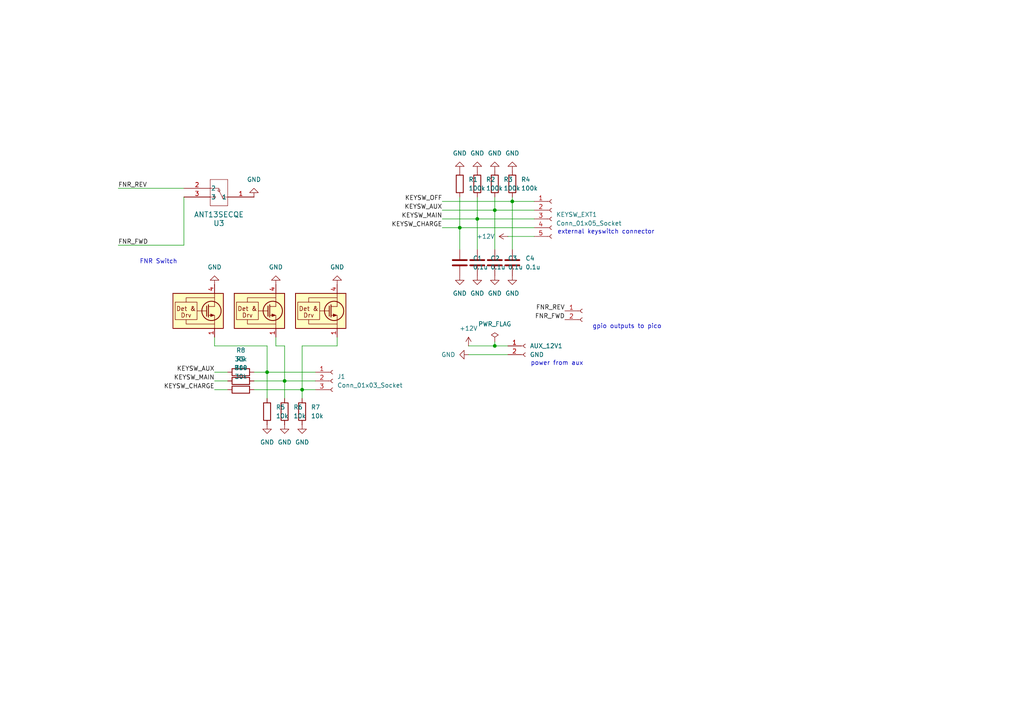
<source format=kicad_sch>
(kicad_sch
	(version 20250114)
	(generator "eeschema")
	(generator_version "9.0")
	(uuid "c11f7781-cdf7-4e47-9bd8-e25f58c88234")
	(paper "A4")
	(lib_symbols
		(symbol "ANT13SECQE:ANT13SECQE"
			(pin_names
				(offset 0.254)
			)
			(exclude_from_sim no)
			(in_bom yes)
			(on_board yes)
			(property "Reference" "U"
				(at 10.16 7.62 0)
				(effects
					(font
						(size 1.524 1.524)
					)
				)
			)
			(property "Value" "ANT13SECQE"
				(at 10.16 5.08 0)
				(effects
					(font
						(size 1.524 1.524)
					)
				)
			)
			(property "Footprint" "ANT13SEC_CRS"
				(at 0 0 0)
				(effects
					(font
						(size 1.27 1.27)
						(italic yes)
					)
					(hide yes)
				)
			)
			(property "Datasheet" "ANT13SECQE"
				(at 0 0 0)
				(effects
					(font
						(size 1.27 1.27)
						(italic yes)
					)
					(hide yes)
				)
			)
			(property "Description" ""
				(at 0 0 0)
				(effects
					(font
						(size 1.27 1.27)
					)
					(hide yes)
				)
			)
			(property "ki_locked" ""
				(at 0 0 0)
				(effects
					(font
						(size 1.27 1.27)
					)
				)
			)
			(property "ki_keywords" "ANT13SECQE"
				(at 0 0 0)
				(effects
					(font
						(size 1.27 1.27)
					)
					(hide yes)
				)
			)
			(property "ki_fp_filters" "ANT13SEC_CRS"
				(at 0 0 0)
				(effects
					(font
						(size 1.27 1.27)
					)
					(hide yes)
				)
			)
			(symbol "ANT13SECQE_0_1"
				(polyline
					(pts
						(xy 7.62 2.54) (xy 7.62 -5.08)
					)
					(stroke
						(width 0.127)
						(type default)
					)
					(fill
						(type none)
					)
				)
				(polyline
					(pts
						(xy 7.62 0) (xy 8.5725 0)
					)
					(stroke
						(width 0.127)
						(type default)
					)
					(fill
						(type none)
					)
				)
				(polyline
					(pts
						(xy 7.62 -5.08) (xy 12.7 -5.08)
					)
					(stroke
						(width 0.127)
						(type default)
					)
					(fill
						(type none)
					)
				)
				(circle
					(center 8.89 0)
					(radius 0.3048)
					(stroke
						(width 0.127)
						(type default)
					)
					(fill
						(type none)
					)
				)
				(polyline
					(pts
						(xy 10.16 -1.905) (xy 8.89 0.635)
					)
					(stroke
						(width 0.127)
						(type default)
					)
					(fill
						(type none)
					)
				)
				(circle
					(center 10.16 -1.905)
					(radius 0.3048)
					(stroke
						(width 0.127)
						(type default)
					)
					(fill
						(type none)
					)
				)
				(polyline
					(pts
						(xy 10.16 -2.54) (xy 10.16 -2.2098)
					)
					(stroke
						(width 0.127)
						(type default)
					)
					(fill
						(type none)
					)
				)
				(polyline
					(pts
						(xy 10.16 -2.54) (xy 12.7 -2.54)
					)
					(stroke
						(width 0.127)
						(type default)
					)
					(fill
						(type none)
					)
				)
				(circle
					(center 11.43 0)
					(radius 0.3048)
					(stroke
						(width 0.127)
						(type default)
					)
					(fill
						(type none)
					)
				)
				(polyline
					(pts
						(xy 11.7475 0) (xy 12.7 0)
					)
					(stroke
						(width 0.127)
						(type default)
					)
					(fill
						(type none)
					)
				)
				(polyline
					(pts
						(xy 12.7 2.54) (xy 7.62 2.54)
					)
					(stroke
						(width 0.127)
						(type default)
					)
					(fill
						(type none)
					)
				)
				(polyline
					(pts
						(xy 12.7 -5.08) (xy 12.7 2.54)
					)
					(stroke
						(width 0.127)
						(type default)
					)
					(fill
						(type none)
					)
				)
				(pin unspecified line
					(at 0 0 0)
					(length 7.62)
					(name "1"
						(effects
							(font
								(size 1.27 1.27)
							)
						)
					)
					(number "1"
						(effects
							(font
								(size 1.27 1.27)
							)
						)
					)
				)
				(pin unspecified line
					(at 20.32 0 180)
					(length 7.62)
					(name "3"
						(effects
							(font
								(size 1.27 1.27)
							)
						)
					)
					(number "3"
						(effects
							(font
								(size 1.27 1.27)
							)
						)
					)
				)
				(pin unspecified line
					(at 20.32 -2.54 180)
					(length 7.62)
					(name "2"
						(effects
							(font
								(size 1.27 1.27)
							)
						)
					)
					(number "2"
						(effects
							(font
								(size 1.27 1.27)
							)
						)
					)
				)
			)
			(embedded_fonts no)
		)
		(symbol "Connector:Conn_01x02_Socket"
			(pin_names
				(offset 1.016)
				(hide yes)
			)
			(exclude_from_sim no)
			(in_bom yes)
			(on_board yes)
			(property "Reference" "J"
				(at 0 2.54 0)
				(effects
					(font
						(size 1.27 1.27)
					)
				)
			)
			(property "Value" "Conn_01x02_Socket"
				(at 0 -5.08 0)
				(effects
					(font
						(size 1.27 1.27)
					)
				)
			)
			(property "Footprint" ""
				(at 0 0 0)
				(effects
					(font
						(size 1.27 1.27)
					)
					(hide yes)
				)
			)
			(property "Datasheet" "~"
				(at 0 0 0)
				(effects
					(font
						(size 1.27 1.27)
					)
					(hide yes)
				)
			)
			(property "Description" "Generic connector, single row, 01x02, script generated"
				(at 0 0 0)
				(effects
					(font
						(size 1.27 1.27)
					)
					(hide yes)
				)
			)
			(property "ki_locked" ""
				(at 0 0 0)
				(effects
					(font
						(size 1.27 1.27)
					)
				)
			)
			(property "ki_keywords" "connector"
				(at 0 0 0)
				(effects
					(font
						(size 1.27 1.27)
					)
					(hide yes)
				)
			)
			(property "ki_fp_filters" "Connector*:*_1x??_*"
				(at 0 0 0)
				(effects
					(font
						(size 1.27 1.27)
					)
					(hide yes)
				)
			)
			(symbol "Conn_01x02_Socket_1_1"
				(polyline
					(pts
						(xy -1.27 0) (xy -0.508 0)
					)
					(stroke
						(width 0.1524)
						(type default)
					)
					(fill
						(type none)
					)
				)
				(polyline
					(pts
						(xy -1.27 -2.54) (xy -0.508 -2.54)
					)
					(stroke
						(width 0.1524)
						(type default)
					)
					(fill
						(type none)
					)
				)
				(arc
					(start 0 -0.508)
					(mid -0.5058 0)
					(end 0 0.508)
					(stroke
						(width 0.1524)
						(type default)
					)
					(fill
						(type none)
					)
				)
				(arc
					(start 0 -3.048)
					(mid -0.5058 -2.54)
					(end 0 -2.032)
					(stroke
						(width 0.1524)
						(type default)
					)
					(fill
						(type none)
					)
				)
				(pin passive line
					(at -5.08 0 0)
					(length 3.81)
					(name "Pin_1"
						(effects
							(font
								(size 1.27 1.27)
							)
						)
					)
					(number "1"
						(effects
							(font
								(size 1.27 1.27)
							)
						)
					)
				)
				(pin passive line
					(at -5.08 -2.54 0)
					(length 3.81)
					(name "Pin_2"
						(effects
							(font
								(size 1.27 1.27)
							)
						)
					)
					(number "2"
						(effects
							(font
								(size 1.27 1.27)
							)
						)
					)
				)
			)
			(embedded_fonts no)
		)
		(symbol "Connector:Conn_01x03_Socket"
			(pin_names
				(offset 1.016)
				(hide yes)
			)
			(exclude_from_sim no)
			(in_bom yes)
			(on_board yes)
			(property "Reference" "J"
				(at 0 5.08 0)
				(effects
					(font
						(size 1.27 1.27)
					)
				)
			)
			(property "Value" "Conn_01x03_Socket"
				(at 0 -5.08 0)
				(effects
					(font
						(size 1.27 1.27)
					)
				)
			)
			(property "Footprint" ""
				(at 0 0 0)
				(effects
					(font
						(size 1.27 1.27)
					)
					(hide yes)
				)
			)
			(property "Datasheet" "~"
				(at 0 0 0)
				(effects
					(font
						(size 1.27 1.27)
					)
					(hide yes)
				)
			)
			(property "Description" "Generic connector, single row, 01x03, script generated"
				(at 0 0 0)
				(effects
					(font
						(size 1.27 1.27)
					)
					(hide yes)
				)
			)
			(property "ki_locked" ""
				(at 0 0 0)
				(effects
					(font
						(size 1.27 1.27)
					)
				)
			)
			(property "ki_keywords" "connector"
				(at 0 0 0)
				(effects
					(font
						(size 1.27 1.27)
					)
					(hide yes)
				)
			)
			(property "ki_fp_filters" "Connector*:*_1x??_*"
				(at 0 0 0)
				(effects
					(font
						(size 1.27 1.27)
					)
					(hide yes)
				)
			)
			(symbol "Conn_01x03_Socket_1_1"
				(polyline
					(pts
						(xy -1.27 2.54) (xy -0.508 2.54)
					)
					(stroke
						(width 0.1524)
						(type default)
					)
					(fill
						(type none)
					)
				)
				(polyline
					(pts
						(xy -1.27 0) (xy -0.508 0)
					)
					(stroke
						(width 0.1524)
						(type default)
					)
					(fill
						(type none)
					)
				)
				(polyline
					(pts
						(xy -1.27 -2.54) (xy -0.508 -2.54)
					)
					(stroke
						(width 0.1524)
						(type default)
					)
					(fill
						(type none)
					)
				)
				(arc
					(start 0 2.032)
					(mid -0.5058 2.54)
					(end 0 3.048)
					(stroke
						(width 0.1524)
						(type default)
					)
					(fill
						(type none)
					)
				)
				(arc
					(start 0 -0.508)
					(mid -0.5058 0)
					(end 0 0.508)
					(stroke
						(width 0.1524)
						(type default)
					)
					(fill
						(type none)
					)
				)
				(arc
					(start 0 -3.048)
					(mid -0.5058 -2.54)
					(end 0 -2.032)
					(stroke
						(width 0.1524)
						(type default)
					)
					(fill
						(type none)
					)
				)
				(pin passive line
					(at -5.08 2.54 0)
					(length 3.81)
					(name "Pin_1"
						(effects
							(font
								(size 1.27 1.27)
							)
						)
					)
					(number "1"
						(effects
							(font
								(size 1.27 1.27)
							)
						)
					)
				)
				(pin passive line
					(at -5.08 0 0)
					(length 3.81)
					(name "Pin_2"
						(effects
							(font
								(size 1.27 1.27)
							)
						)
					)
					(number "2"
						(effects
							(font
								(size 1.27 1.27)
							)
						)
					)
				)
				(pin passive line
					(at -5.08 -2.54 0)
					(length 3.81)
					(name "Pin_3"
						(effects
							(font
								(size 1.27 1.27)
							)
						)
					)
					(number "3"
						(effects
							(font
								(size 1.27 1.27)
							)
						)
					)
				)
			)
			(embedded_fonts no)
		)
		(symbol "Connector:Conn_01x05_Socket"
			(pin_names
				(offset 1.016)
				(hide yes)
			)
			(exclude_from_sim no)
			(in_bom yes)
			(on_board yes)
			(property "Reference" "J"
				(at 0 7.62 0)
				(effects
					(font
						(size 1.27 1.27)
					)
				)
			)
			(property "Value" "Conn_01x05_Socket"
				(at 0 -7.62 0)
				(effects
					(font
						(size 1.27 1.27)
					)
				)
			)
			(property "Footprint" ""
				(at 0 0 0)
				(effects
					(font
						(size 1.27 1.27)
					)
					(hide yes)
				)
			)
			(property "Datasheet" "~"
				(at 0 0 0)
				(effects
					(font
						(size 1.27 1.27)
					)
					(hide yes)
				)
			)
			(property "Description" "Generic connector, single row, 01x05, script generated"
				(at 0 0 0)
				(effects
					(font
						(size 1.27 1.27)
					)
					(hide yes)
				)
			)
			(property "ki_locked" ""
				(at 0 0 0)
				(effects
					(font
						(size 1.27 1.27)
					)
				)
			)
			(property "ki_keywords" "connector"
				(at 0 0 0)
				(effects
					(font
						(size 1.27 1.27)
					)
					(hide yes)
				)
			)
			(property "ki_fp_filters" "Connector*:*_1x??_*"
				(at 0 0 0)
				(effects
					(font
						(size 1.27 1.27)
					)
					(hide yes)
				)
			)
			(symbol "Conn_01x05_Socket_1_1"
				(polyline
					(pts
						(xy -1.27 5.08) (xy -0.508 5.08)
					)
					(stroke
						(width 0.1524)
						(type default)
					)
					(fill
						(type none)
					)
				)
				(polyline
					(pts
						(xy -1.27 2.54) (xy -0.508 2.54)
					)
					(stroke
						(width 0.1524)
						(type default)
					)
					(fill
						(type none)
					)
				)
				(polyline
					(pts
						(xy -1.27 0) (xy -0.508 0)
					)
					(stroke
						(width 0.1524)
						(type default)
					)
					(fill
						(type none)
					)
				)
				(polyline
					(pts
						(xy -1.27 -2.54) (xy -0.508 -2.54)
					)
					(stroke
						(width 0.1524)
						(type default)
					)
					(fill
						(type none)
					)
				)
				(polyline
					(pts
						(xy -1.27 -5.08) (xy -0.508 -5.08)
					)
					(stroke
						(width 0.1524)
						(type default)
					)
					(fill
						(type none)
					)
				)
				(arc
					(start 0 4.572)
					(mid -0.5058 5.08)
					(end 0 5.588)
					(stroke
						(width 0.1524)
						(type default)
					)
					(fill
						(type none)
					)
				)
				(arc
					(start 0 2.032)
					(mid -0.5058 2.54)
					(end 0 3.048)
					(stroke
						(width 0.1524)
						(type default)
					)
					(fill
						(type none)
					)
				)
				(arc
					(start 0 -0.508)
					(mid -0.5058 0)
					(end 0 0.508)
					(stroke
						(width 0.1524)
						(type default)
					)
					(fill
						(type none)
					)
				)
				(arc
					(start 0 -3.048)
					(mid -0.5058 -2.54)
					(end 0 -2.032)
					(stroke
						(width 0.1524)
						(type default)
					)
					(fill
						(type none)
					)
				)
				(arc
					(start 0 -5.588)
					(mid -0.5058 -5.08)
					(end 0 -4.572)
					(stroke
						(width 0.1524)
						(type default)
					)
					(fill
						(type none)
					)
				)
				(pin passive line
					(at -5.08 5.08 0)
					(length 3.81)
					(name "Pin_1"
						(effects
							(font
								(size 1.27 1.27)
							)
						)
					)
					(number "1"
						(effects
							(font
								(size 1.27 1.27)
							)
						)
					)
				)
				(pin passive line
					(at -5.08 2.54 0)
					(length 3.81)
					(name "Pin_2"
						(effects
							(font
								(size 1.27 1.27)
							)
						)
					)
					(number "2"
						(effects
							(font
								(size 1.27 1.27)
							)
						)
					)
				)
				(pin passive line
					(at -5.08 0 0)
					(length 3.81)
					(name "Pin_3"
						(effects
							(font
								(size 1.27 1.27)
							)
						)
					)
					(number "3"
						(effects
							(font
								(size 1.27 1.27)
							)
						)
					)
				)
				(pin passive line
					(at -5.08 -2.54 0)
					(length 3.81)
					(name "Pin_4"
						(effects
							(font
								(size 1.27 1.27)
							)
						)
					)
					(number "4"
						(effects
							(font
								(size 1.27 1.27)
							)
						)
					)
				)
				(pin passive line
					(at -5.08 -5.08 0)
					(length 3.81)
					(name "Pin_5"
						(effects
							(font
								(size 1.27 1.27)
							)
						)
					)
					(number "5"
						(effects
							(font
								(size 1.27 1.27)
							)
						)
					)
				)
			)
			(embedded_fonts no)
		)
		(symbol "Device:C"
			(pin_numbers
				(hide yes)
			)
			(pin_names
				(offset 0.254)
			)
			(exclude_from_sim no)
			(in_bom yes)
			(on_board yes)
			(property "Reference" "C"
				(at 0.635 2.54 0)
				(effects
					(font
						(size 1.27 1.27)
					)
					(justify left)
				)
			)
			(property "Value" "C"
				(at 0.635 -2.54 0)
				(effects
					(font
						(size 1.27 1.27)
					)
					(justify left)
				)
			)
			(property "Footprint" ""
				(at 0.9652 -3.81 0)
				(effects
					(font
						(size 1.27 1.27)
					)
					(hide yes)
				)
			)
			(property "Datasheet" "~"
				(at 0 0 0)
				(effects
					(font
						(size 1.27 1.27)
					)
					(hide yes)
				)
			)
			(property "Description" "Unpolarized capacitor"
				(at 0 0 0)
				(effects
					(font
						(size 1.27 1.27)
					)
					(hide yes)
				)
			)
			(property "ki_keywords" "cap capacitor"
				(at 0 0 0)
				(effects
					(font
						(size 1.27 1.27)
					)
					(hide yes)
				)
			)
			(property "ki_fp_filters" "C_*"
				(at 0 0 0)
				(effects
					(font
						(size 1.27 1.27)
					)
					(hide yes)
				)
			)
			(symbol "C_0_1"
				(polyline
					(pts
						(xy -2.032 0.762) (xy 2.032 0.762)
					)
					(stroke
						(width 0.508)
						(type default)
					)
					(fill
						(type none)
					)
				)
				(polyline
					(pts
						(xy -2.032 -0.762) (xy 2.032 -0.762)
					)
					(stroke
						(width 0.508)
						(type default)
					)
					(fill
						(type none)
					)
				)
			)
			(symbol "C_1_1"
				(pin passive line
					(at 0 3.81 270)
					(length 2.794)
					(name "~"
						(effects
							(font
								(size 1.27 1.27)
							)
						)
					)
					(number "1"
						(effects
							(font
								(size 1.27 1.27)
							)
						)
					)
				)
				(pin passive line
					(at 0 -3.81 90)
					(length 2.794)
					(name "~"
						(effects
							(font
								(size 1.27 1.27)
							)
						)
					)
					(number "2"
						(effects
							(font
								(size 1.27 1.27)
							)
						)
					)
				)
			)
			(embedded_fonts no)
		)
		(symbol "Device:R"
			(pin_numbers
				(hide yes)
			)
			(pin_names
				(offset 0)
			)
			(exclude_from_sim no)
			(in_bom yes)
			(on_board yes)
			(property "Reference" "R"
				(at 2.032 0 90)
				(effects
					(font
						(size 1.27 1.27)
					)
				)
			)
			(property "Value" "R"
				(at 0 0 90)
				(effects
					(font
						(size 1.27 1.27)
					)
				)
			)
			(property "Footprint" ""
				(at -1.778 0 90)
				(effects
					(font
						(size 1.27 1.27)
					)
					(hide yes)
				)
			)
			(property "Datasheet" "~"
				(at 0 0 0)
				(effects
					(font
						(size 1.27 1.27)
					)
					(hide yes)
				)
			)
			(property "Description" "Resistor"
				(at 0 0 0)
				(effects
					(font
						(size 1.27 1.27)
					)
					(hide yes)
				)
			)
			(property "ki_keywords" "R res resistor"
				(at 0 0 0)
				(effects
					(font
						(size 1.27 1.27)
					)
					(hide yes)
				)
			)
			(property "ki_fp_filters" "R_*"
				(at 0 0 0)
				(effects
					(font
						(size 1.27 1.27)
					)
					(hide yes)
				)
			)
			(symbol "R_0_1"
				(rectangle
					(start -1.016 -2.54)
					(end 1.016 2.54)
					(stroke
						(width 0.254)
						(type default)
					)
					(fill
						(type none)
					)
				)
			)
			(symbol "R_1_1"
				(pin passive line
					(at 0 3.81 270)
					(length 1.27)
					(name "~"
						(effects
							(font
								(size 1.27 1.27)
							)
						)
					)
					(number "1"
						(effects
							(font
								(size 1.27 1.27)
							)
						)
					)
				)
				(pin passive line
					(at 0 -3.81 90)
					(length 1.27)
					(name "~"
						(effects
							(font
								(size 1.27 1.27)
							)
						)
					)
					(number "2"
						(effects
							(font
								(size 1.27 1.27)
							)
						)
					)
				)
			)
			(embedded_fonts no)
		)
		(symbol "Power_Protection:TVS0500DRV"
			(pin_names
				(offset 0)
				(hide yes)
			)
			(exclude_from_sim no)
			(in_bom yes)
			(on_board yes)
			(property "Reference" "U"
				(at 2.54 1.27 0)
				(effects
					(font
						(size 1.27 1.27)
					)
					(justify left)
				)
			)
			(property "Value" "TVS0500DRV"
				(at 2.54 -1.27 0)
				(effects
					(font
						(size 1.27 1.27)
					)
					(justify left)
				)
			)
			(property "Footprint" "Package_SON:WSON-6-1EP_2x2mm_P0.65mm_EP1x1.6mm"
				(at 5.08 -8.89 0)
				(effects
					(font
						(size 1.27 1.27)
					)
					(hide yes)
				)
			)
			(property "Datasheet" "http://www.ti.com/lit/ds/symlink/tvs0500.pdf"
				(at -2.54 0 0)
				(effects
					(font
						(size 1.27 1.27)
					)
					(hide yes)
				)
			)
			(property "Description" "Flat-Clamp Surge Protection Device. 5Vrwm, WSON-6"
				(at 0 0 0)
				(effects
					(font
						(size 1.27 1.27)
					)
					(hide yes)
				)
			)
			(property "ki_keywords" "EMI, ESD, TVS protection transient"
				(at 0 0 0)
				(effects
					(font
						(size 1.27 1.27)
					)
					(hide yes)
				)
			)
			(property "ki_fp_filters" "WSON*1EP*2x2mm*P0.65mm*EP1x1.6mm*"
				(at 0 0 0)
				(effects
					(font
						(size 1.27 1.27)
					)
					(hide yes)
				)
			)
			(symbol "TVS0500DRV_0_0"
				(rectangle
					(start -11.43 2.54)
					(end -5.08 -2.54)
					(stroke
						(width 0)
						(type default)
					)
					(fill
						(type none)
					)
				)
				(polyline
					(pts
						(xy -8.255 2.54) (xy -8.255 3.81) (xy 0 3.81)
					)
					(stroke
						(width 0)
						(type default)
					)
					(fill
						(type none)
					)
				)
				(polyline
					(pts
						(xy -8.255 -2.54) (xy -8.255 -3.81) (xy 0 -3.81)
					)
					(stroke
						(width 0)
						(type default)
					)
					(fill
						(type none)
					)
				)
				(polyline
					(pts
						(xy 0 1.27) (xy -1.778 1.27)
					)
					(stroke
						(width 0)
						(type default)
					)
					(fill
						(type none)
					)
				)
				(text "Det &"
					(at -8.255 0.635 0)
					(effects
						(font
							(size 1.27 1.27)
						)
					)
				)
				(text "Drv"
					(at -8.255 -1.27 0)
					(effects
						(font
							(size 1.27 1.27)
						)
					)
				)
			)
			(symbol "TVS0500DRV_0_1"
				(rectangle
					(start -12.065 5.08)
					(end 2.54 -5.08)
					(stroke
						(width 0.254)
						(type default)
					)
					(fill
						(type background)
					)
				)
				(polyline
					(pts
						(xy -2.286 1.397) (xy -2.286 -1.524)
					)
					(stroke
						(width 0.254)
						(type default)
					)
					(fill
						(type none)
					)
				)
				(polyline
					(pts
						(xy -2.286 0) (xy -5.08 0)
					)
					(stroke
						(width 0)
						(type default)
					)
					(fill
						(type none)
					)
				)
				(polyline
					(pts
						(xy -1.778 1.778) (xy -1.778 -1.778)
					)
					(stroke
						(width 0.254)
						(type default)
					)
					(fill
						(type none)
					)
				)
				(circle
					(center -0.889 0)
					(radius 2.794)
					(stroke
						(width 0.254)
						(type default)
					)
					(fill
						(type none)
					)
				)
				(polyline
					(pts
						(xy -0.127 -1.27) (xy -1.143 -1.651) (xy -1.143 -0.889) (xy -0.127 -1.27)
					)
					(stroke
						(width 0)
						(type default)
					)
					(fill
						(type outline)
					)
				)
				(polyline
					(pts
						(xy 0 5.08) (xy 0 2.54)
					)
					(stroke
						(width 0)
						(type default)
					)
					(fill
						(type none)
					)
				)
				(polyline
					(pts
						(xy 0 2.54) (xy 0 1.27)
					)
					(stroke
						(width 0)
						(type default)
					)
					(fill
						(type none)
					)
				)
				(polyline
					(pts
						(xy 0 -2.54) (xy 0 -5.08)
					)
					(stroke
						(width 0)
						(type default)
					)
					(fill
						(type none)
					)
				)
				(polyline
					(pts
						(xy 0 -2.54) (xy 0 -1.27) (xy -1.778 -1.27)
					)
					(stroke
						(width 0)
						(type default)
					)
					(fill
						(type none)
					)
				)
			)
			(symbol "TVS0500DRV_1_1"
				(pin passive line
					(at 0 7.62 270)
					(length 2.54)
					(name "IN"
						(effects
							(font
								(size 1.27 1.27)
							)
						)
					)
					(number "4"
						(effects
							(font
								(size 1.27 1.27)
							)
						)
					)
				)
				(pin passive line
					(at 0 7.62 270)
					(length 2.54)
					(hide yes)
					(name "IN"
						(effects
							(font
								(size 1.27 1.27)
							)
						)
					)
					(number "5"
						(effects
							(font
								(size 1.27 1.27)
							)
						)
					)
				)
				(pin passive line
					(at 0 7.62 270)
					(length 2.54)
					(hide yes)
					(name "IN"
						(effects
							(font
								(size 1.27 1.27)
							)
						)
					)
					(number "6"
						(effects
							(font
								(size 1.27 1.27)
							)
						)
					)
				)
				(pin power_in line
					(at 0 -7.62 90)
					(length 2.54)
					(name "GND"
						(effects
							(font
								(size 1.27 1.27)
							)
						)
					)
					(number "1"
						(effects
							(font
								(size 1.27 1.27)
							)
						)
					)
				)
				(pin passive line
					(at 0 -7.62 90)
					(length 2.54)
					(hide yes)
					(name "GND"
						(effects
							(font
								(size 1.27 1.27)
							)
						)
					)
					(number "2"
						(effects
							(font
								(size 1.27 1.27)
							)
						)
					)
				)
				(pin passive line
					(at 0 -7.62 90)
					(length 2.54)
					(hide yes)
					(name "GND"
						(effects
							(font
								(size 1.27 1.27)
							)
						)
					)
					(number "3"
						(effects
							(font
								(size 1.27 1.27)
							)
						)
					)
				)
				(pin passive line
					(at 0 -7.62 90)
					(length 2.54)
					(hide yes)
					(name "GND"
						(effects
							(font
								(size 1.27 1.27)
							)
						)
					)
					(number "7"
						(effects
							(font
								(size 1.27 1.27)
							)
						)
					)
				)
			)
			(embedded_fonts no)
		)
		(symbol "power:+12V"
			(power)
			(pin_numbers
				(hide yes)
			)
			(pin_names
				(offset 0)
				(hide yes)
			)
			(exclude_from_sim no)
			(in_bom yes)
			(on_board yes)
			(property "Reference" "#PWR"
				(at 0 -3.81 0)
				(effects
					(font
						(size 1.27 1.27)
					)
					(hide yes)
				)
			)
			(property "Value" "+12V"
				(at 0 3.556 0)
				(effects
					(font
						(size 1.27 1.27)
					)
				)
			)
			(property "Footprint" ""
				(at 0 0 0)
				(effects
					(font
						(size 1.27 1.27)
					)
					(hide yes)
				)
			)
			(property "Datasheet" ""
				(at 0 0 0)
				(effects
					(font
						(size 1.27 1.27)
					)
					(hide yes)
				)
			)
			(property "Description" "Power symbol creates a global label with name \"+12V\""
				(at 0 0 0)
				(effects
					(font
						(size 1.27 1.27)
					)
					(hide yes)
				)
			)
			(property "ki_keywords" "global power"
				(at 0 0 0)
				(effects
					(font
						(size 1.27 1.27)
					)
					(hide yes)
				)
			)
			(symbol "+12V_0_1"
				(polyline
					(pts
						(xy -0.762 1.27) (xy 0 2.54)
					)
					(stroke
						(width 0)
						(type default)
					)
					(fill
						(type none)
					)
				)
				(polyline
					(pts
						(xy 0 2.54) (xy 0.762 1.27)
					)
					(stroke
						(width 0)
						(type default)
					)
					(fill
						(type none)
					)
				)
				(polyline
					(pts
						(xy 0 0) (xy 0 2.54)
					)
					(stroke
						(width 0)
						(type default)
					)
					(fill
						(type none)
					)
				)
			)
			(symbol "+12V_1_1"
				(pin power_in line
					(at 0 0 90)
					(length 0)
					(name "~"
						(effects
							(font
								(size 1.27 1.27)
							)
						)
					)
					(number "1"
						(effects
							(font
								(size 1.27 1.27)
							)
						)
					)
				)
			)
			(embedded_fonts no)
		)
		(symbol "power:GND"
			(power)
			(pin_numbers
				(hide yes)
			)
			(pin_names
				(offset 0)
				(hide yes)
			)
			(exclude_from_sim no)
			(in_bom yes)
			(on_board yes)
			(property "Reference" "#PWR"
				(at 0 -6.35 0)
				(effects
					(font
						(size 1.27 1.27)
					)
					(hide yes)
				)
			)
			(property "Value" "GND"
				(at 0 -3.81 0)
				(effects
					(font
						(size 1.27 1.27)
					)
				)
			)
			(property "Footprint" ""
				(at 0 0 0)
				(effects
					(font
						(size 1.27 1.27)
					)
					(hide yes)
				)
			)
			(property "Datasheet" ""
				(at 0 0 0)
				(effects
					(font
						(size 1.27 1.27)
					)
					(hide yes)
				)
			)
			(property "Description" "Power symbol creates a global label with name \"GND\" , ground"
				(at 0 0 0)
				(effects
					(font
						(size 1.27 1.27)
					)
					(hide yes)
				)
			)
			(property "ki_keywords" "global power"
				(at 0 0 0)
				(effects
					(font
						(size 1.27 1.27)
					)
					(hide yes)
				)
			)
			(symbol "GND_0_1"
				(polyline
					(pts
						(xy 0 0) (xy 0 -1.27) (xy 1.27 -1.27) (xy 0 -2.54) (xy -1.27 -1.27) (xy 0 -1.27)
					)
					(stroke
						(width 0)
						(type default)
					)
					(fill
						(type none)
					)
				)
			)
			(symbol "GND_1_1"
				(pin power_in line
					(at 0 0 270)
					(length 0)
					(name "~"
						(effects
							(font
								(size 1.27 1.27)
							)
						)
					)
					(number "1"
						(effects
							(font
								(size 1.27 1.27)
							)
						)
					)
				)
			)
			(embedded_fonts no)
		)
		(symbol "power:PWR_FLAG"
			(power)
			(pin_numbers
				(hide yes)
			)
			(pin_names
				(offset 0)
				(hide yes)
			)
			(exclude_from_sim no)
			(in_bom yes)
			(on_board yes)
			(property "Reference" "#FLG"
				(at 0 1.905 0)
				(effects
					(font
						(size 1.27 1.27)
					)
					(hide yes)
				)
			)
			(property "Value" "PWR_FLAG"
				(at 0 3.81 0)
				(effects
					(font
						(size 1.27 1.27)
					)
				)
			)
			(property "Footprint" ""
				(at 0 0 0)
				(effects
					(font
						(size 1.27 1.27)
					)
					(hide yes)
				)
			)
			(property "Datasheet" "~"
				(at 0 0 0)
				(effects
					(font
						(size 1.27 1.27)
					)
					(hide yes)
				)
			)
			(property "Description" "Special symbol for telling ERC where power comes from"
				(at 0 0 0)
				(effects
					(font
						(size 1.27 1.27)
					)
					(hide yes)
				)
			)
			(property "ki_keywords" "flag power"
				(at 0 0 0)
				(effects
					(font
						(size 1.27 1.27)
					)
					(hide yes)
				)
			)
			(symbol "PWR_FLAG_0_0"
				(pin power_out line
					(at 0 0 90)
					(length 0)
					(name "~"
						(effects
							(font
								(size 1.27 1.27)
							)
						)
					)
					(number "1"
						(effects
							(font
								(size 1.27 1.27)
							)
						)
					)
				)
			)
			(symbol "PWR_FLAG_0_1"
				(polyline
					(pts
						(xy 0 0) (xy 0 1.27) (xy -1.016 1.905) (xy 0 2.54) (xy 1.016 1.905) (xy 0 1.27)
					)
					(stroke
						(width 0)
						(type default)
					)
					(fill
						(type none)
					)
				)
			)
			(embedded_fonts no)
		)
	)
	(text "power from aux\n"
		(exclude_from_sim no)
		(at 161.544 105.41 0)
		(effects
			(font
				(size 1.27 1.27)
			)
		)
		(uuid "3e9267c1-ee0e-4c9f-be9f-2f7f88a3dda9")
	)
	(text "gpio outputs to pico"
		(exclude_from_sim no)
		(at 181.864 94.742 0)
		(effects
			(font
				(size 1.27 1.27)
			)
		)
		(uuid "46821a7c-5ad6-4f62-b8c4-2cb86a5ef72a")
	)
	(text "FNR Switch"
		(exclude_from_sim no)
		(at 45.974 75.946 0)
		(effects
			(font
				(size 1.27 1.27)
			)
		)
		(uuid "8881a45a-3ec1-4f7b-ae38-c05aa33307e9")
	)
	(text "external keyswitch connector"
		(exclude_from_sim no)
		(at 175.768 67.31 0)
		(effects
			(font
				(size 1.27 1.27)
			)
		)
		(uuid "a5e0f996-d58a-4049-9415-3bf01c3aaed3")
	)
	(junction
		(at 87.63 113.03)
		(diameter 0)
		(color 0 0 0 0)
		(uuid "0482a421-c25e-456c-86ab-f67af7aa4068")
	)
	(junction
		(at 82.55 110.49)
		(diameter 0)
		(color 0 0 0 0)
		(uuid "15d4091a-26c5-4e73-b4b9-a7c4605855d8")
	)
	(junction
		(at 133.35 66.04)
		(diameter 0)
		(color 0 0 0 0)
		(uuid "55b13b44-bd9c-47af-a95c-91256f05f02a")
	)
	(junction
		(at 77.47 107.95)
		(diameter 0)
		(color 0 0 0 0)
		(uuid "6c3f1625-1837-4044-b5df-d901d663507e")
	)
	(junction
		(at 143.51 100.33)
		(diameter 0)
		(color 0 0 0 0)
		(uuid "81c3e86a-ae9b-4cdd-b23b-7b20517c9985")
	)
	(junction
		(at 138.43 63.5)
		(diameter 0)
		(color 0 0 0 0)
		(uuid "b8379833-3eb1-4378-a0c0-81a07a0f8198")
	)
	(junction
		(at 143.51 60.96)
		(diameter 0)
		(color 0 0 0 0)
		(uuid "d036f4d2-f8c8-4ce9-830e-880b43ab1b68")
	)
	(junction
		(at 148.59 58.42)
		(diameter 0)
		(color 0 0 0 0)
		(uuid "ecdb6ca4-f220-4ce6-b968-47de0b838f57")
	)
	(wire
		(pts
			(xy 62.23 97.79) (xy 62.23 100.33)
		)
		(stroke
			(width 0)
			(type default)
		)
		(uuid "0ab07b48-8cd1-41d1-a78a-422ad308f40a")
	)
	(wire
		(pts
			(xy 62.23 113.03) (xy 66.04 113.03)
		)
		(stroke
			(width 0)
			(type default)
		)
		(uuid "0d40fd95-1e12-4549-badc-7581a7beb7ed")
	)
	(wire
		(pts
			(xy 91.44 107.95) (xy 77.47 107.95)
		)
		(stroke
			(width 0)
			(type default)
		)
		(uuid "0ef54d56-2570-4c68-b396-59c8d65eb624")
	)
	(wire
		(pts
			(xy 148.59 58.42) (xy 148.59 72.39)
		)
		(stroke
			(width 0)
			(type default)
		)
		(uuid "261979f6-d01f-41ae-ac05-6e1a0e31503a")
	)
	(wire
		(pts
			(xy 77.47 107.95) (xy 77.47 115.57)
		)
		(stroke
			(width 0)
			(type default)
		)
		(uuid "2c06ba7d-6ba9-4244-a4ae-119ae466d3a0")
	)
	(wire
		(pts
			(xy 87.63 113.03) (xy 91.44 113.03)
		)
		(stroke
			(width 0)
			(type default)
		)
		(uuid "30dd0b10-c9f8-467c-b50a-e0c59803660e")
	)
	(wire
		(pts
			(xy 91.44 110.49) (xy 82.55 110.49)
		)
		(stroke
			(width 0)
			(type default)
		)
		(uuid "32428725-16ef-4fe0-bd5a-af92903cb73b")
	)
	(wire
		(pts
			(xy 147.32 68.58) (xy 154.94 68.58)
		)
		(stroke
			(width 0)
			(type default)
		)
		(uuid "354b0f29-dbe8-49eb-8dcb-80d666ca8edd")
	)
	(wire
		(pts
			(xy 135.89 100.33) (xy 143.51 100.33)
		)
		(stroke
			(width 0)
			(type default)
		)
		(uuid "3b47fd97-a60f-4cba-89c9-97db0653eb2d")
	)
	(wire
		(pts
			(xy 133.35 66.04) (xy 154.94 66.04)
		)
		(stroke
			(width 0)
			(type default)
		)
		(uuid "3cc4f2fb-917a-43ed-820a-88c245c6ae56")
	)
	(wire
		(pts
			(xy 135.89 102.87) (xy 147.32 102.87)
		)
		(stroke
			(width 0)
			(type default)
		)
		(uuid "40d15162-7fdd-4894-aa5f-11f7e98a906b")
	)
	(wire
		(pts
			(xy 62.23 100.33) (xy 77.47 100.33)
		)
		(stroke
			(width 0)
			(type default)
		)
		(uuid "4159a199-ae46-433e-90b3-2ab480dceed7")
	)
	(wire
		(pts
			(xy 62.23 110.49) (xy 66.04 110.49)
		)
		(stroke
			(width 0)
			(type default)
		)
		(uuid "4986ecbb-402e-4c29-82ed-bc40f7954bd2")
	)
	(wire
		(pts
			(xy 143.51 57.15) (xy 143.51 60.96)
		)
		(stroke
			(width 0)
			(type default)
		)
		(uuid "4c3f065c-4cf8-4b62-835f-1fd157eeaa98")
	)
	(wire
		(pts
			(xy 128.27 66.04) (xy 133.35 66.04)
		)
		(stroke
			(width 0)
			(type default)
		)
		(uuid "5575e861-0e5d-46ef-88db-3cbfe8bf0871")
	)
	(wire
		(pts
			(xy 34.29 54.61) (xy 53.34 54.61)
		)
		(stroke
			(width 0)
			(type default)
		)
		(uuid "5600d3b7-38cf-4e02-b0bf-650600448ec9")
	)
	(wire
		(pts
			(xy 143.51 100.33) (xy 147.32 100.33)
		)
		(stroke
			(width 0)
			(type default)
		)
		(uuid "64e448ec-f2b4-41ce-9464-a08018fc13a5")
	)
	(wire
		(pts
			(xy 138.43 63.5) (xy 138.43 72.39)
		)
		(stroke
			(width 0)
			(type default)
		)
		(uuid "656f056c-dd56-4754-b920-26b96fbc9263")
	)
	(wire
		(pts
			(xy 138.43 63.5) (xy 154.94 63.5)
		)
		(stroke
			(width 0)
			(type default)
		)
		(uuid "65bedf28-1108-4c36-9831-ba8f6819c40f")
	)
	(wire
		(pts
			(xy 143.51 60.96) (xy 154.94 60.96)
		)
		(stroke
			(width 0)
			(type default)
		)
		(uuid "66a06b73-5f0c-4f68-ade7-284055274a68")
	)
	(wire
		(pts
			(xy 133.35 66.04) (xy 133.35 72.39)
		)
		(stroke
			(width 0)
			(type default)
		)
		(uuid "683442f1-bec7-4678-afef-f0598bddec5b")
	)
	(wire
		(pts
			(xy 77.47 100.33) (xy 77.47 107.95)
		)
		(stroke
			(width 0)
			(type default)
		)
		(uuid "7c6b760f-c0d1-4ee8-85fc-45bc9bfab700")
	)
	(wire
		(pts
			(xy 148.59 57.15) (xy 148.59 58.42)
		)
		(stroke
			(width 0)
			(type default)
		)
		(uuid "7da10acb-6d31-454b-9d2d-57b4cf009903")
	)
	(wire
		(pts
			(xy 53.34 57.15) (xy 53.34 71.12)
		)
		(stroke
			(width 0)
			(type default)
		)
		(uuid "82f9af34-ce22-467d-9a9d-1a154159dcef")
	)
	(wire
		(pts
			(xy 82.55 100.33) (xy 82.55 110.49)
		)
		(stroke
			(width 0)
			(type default)
		)
		(uuid "894f50d8-21d8-4a3d-bc77-145695754bec")
	)
	(wire
		(pts
			(xy 73.66 113.03) (xy 87.63 113.03)
		)
		(stroke
			(width 0)
			(type default)
		)
		(uuid "8b9a8328-5b00-4a37-b34b-7729e4e467a3")
	)
	(wire
		(pts
			(xy 143.51 99.06) (xy 143.51 100.33)
		)
		(stroke
			(width 0)
			(type default)
		)
		(uuid "91cece39-2a08-41b1-8c3b-4e24ed7b1ab2")
	)
	(wire
		(pts
			(xy 133.35 57.15) (xy 133.35 66.04)
		)
		(stroke
			(width 0)
			(type default)
		)
		(uuid "939bb20a-36c1-4118-b5d4-9e969bed1c35")
	)
	(wire
		(pts
			(xy 80.01 100.33) (xy 82.55 100.33)
		)
		(stroke
			(width 0)
			(type default)
		)
		(uuid "93b69037-d4b8-46e9-8007-2ec39301c0d1")
	)
	(wire
		(pts
			(xy 34.29 71.12) (xy 53.34 71.12)
		)
		(stroke
			(width 0)
			(type default)
		)
		(uuid "9ef61227-bcd5-439a-b396-219665bcab6f")
	)
	(wire
		(pts
			(xy 138.43 57.15) (xy 138.43 63.5)
		)
		(stroke
			(width 0)
			(type default)
		)
		(uuid "9f360a77-d77e-4232-9332-3e6a5dfa415c")
	)
	(wire
		(pts
			(xy 148.59 58.42) (xy 154.94 58.42)
		)
		(stroke
			(width 0)
			(type default)
		)
		(uuid "a1b92d72-f97d-4ec3-a1dc-1ba5e2ced273")
	)
	(wire
		(pts
			(xy 97.79 100.33) (xy 87.63 100.33)
		)
		(stroke
			(width 0)
			(type default)
		)
		(uuid "b60cf958-79ef-4ff0-8a0c-75344a21c25e")
	)
	(wire
		(pts
			(xy 82.55 110.49) (xy 82.55 115.57)
		)
		(stroke
			(width 0)
			(type default)
		)
		(uuid "b61cd23b-bcbb-4977-a3ae-43ba46f103b0")
	)
	(wire
		(pts
			(xy 73.66 110.49) (xy 82.55 110.49)
		)
		(stroke
			(width 0)
			(type default)
		)
		(uuid "bb44b847-769c-432a-8d80-971262645c31")
	)
	(wire
		(pts
			(xy 143.51 60.96) (xy 143.51 72.39)
		)
		(stroke
			(width 0)
			(type default)
		)
		(uuid "c30b41bb-b8ae-4b27-88a6-e2754e612848")
	)
	(wire
		(pts
			(xy 128.27 63.5) (xy 138.43 63.5)
		)
		(stroke
			(width 0)
			(type default)
		)
		(uuid "c52a745e-03b3-43f7-99bf-0e24d1aa7a01")
	)
	(wire
		(pts
			(xy 80.01 97.79) (xy 80.01 100.33)
		)
		(stroke
			(width 0)
			(type default)
		)
		(uuid "c729d603-4043-4aaa-b35d-9af974f3edad")
	)
	(wire
		(pts
			(xy 97.79 97.79) (xy 97.79 100.33)
		)
		(stroke
			(width 0)
			(type default)
		)
		(uuid "c874ce8a-d470-4a5b-a7f8-882b1615a0bf")
	)
	(wire
		(pts
			(xy 62.23 107.95) (xy 66.04 107.95)
		)
		(stroke
			(width 0)
			(type default)
		)
		(uuid "cac2ea55-d18a-48ea-8bab-b0750f73511c")
	)
	(wire
		(pts
			(xy 128.27 58.42) (xy 148.59 58.42)
		)
		(stroke
			(width 0)
			(type default)
		)
		(uuid "cc564a92-a569-47f1-a988-5c1a9f179dee")
	)
	(wire
		(pts
			(xy 128.27 60.96) (xy 143.51 60.96)
		)
		(stroke
			(width 0)
			(type default)
		)
		(uuid "d4ad7452-fbc8-4958-9823-e9efd3dc03e2")
	)
	(wire
		(pts
			(xy 73.66 107.95) (xy 77.47 107.95)
		)
		(stroke
			(width 0)
			(type default)
		)
		(uuid "e3d18209-a995-481c-8733-25fe2d1d6ba9")
	)
	(wire
		(pts
			(xy 87.63 100.33) (xy 87.63 113.03)
		)
		(stroke
			(width 0)
			(type default)
		)
		(uuid "e68d84fb-be06-4781-baf8-63613f51e9c1")
	)
	(wire
		(pts
			(xy 87.63 115.57) (xy 87.63 113.03)
		)
		(stroke
			(width 0)
			(type default)
		)
		(uuid "f25fea6f-d2cc-4e74-a49d-ddaa4c1683f3")
	)
	(label "KEYSW_AUX"
		(at 128.27 60.96 180)
		(effects
			(font
				(size 1.27 1.27)
			)
			(justify right bottom)
		)
		(uuid "1c368b36-6d7c-4ac9-9e4d-6a3bf08dab6a")
	)
	(label "FNR_FWD"
		(at 34.29 71.12 0)
		(effects
			(font
				(size 1.27 1.27)
			)
			(justify left bottom)
		)
		(uuid "39c151f9-64d0-42e4-9832-d443df4c911e")
	)
	(label "KEYSW_MAIN"
		(at 128.27 63.5 180)
		(effects
			(font
				(size 1.27 1.27)
			)
			(justify right bottom)
		)
		(uuid "3cf8ad3c-1cb6-49cf-8f8b-2c0896c57318")
	)
	(label "KEYSW_OFF"
		(at 128.27 58.42 180)
		(effects
			(font
				(size 1.27 1.27)
			)
			(justify right bottom)
		)
		(uuid "570ee51b-ef30-49d6-ad9e-a39220f56f5c")
	)
	(label "KEYSW_CHARGE"
		(at 128.27 66.04 180)
		(effects
			(font
				(size 1.27 1.27)
			)
			(justify right bottom)
		)
		(uuid "639b3c22-ce1c-46be-8c4f-89de7c273c38")
	)
	(label "FNR_REV"
		(at 34.29 54.61 0)
		(effects
			(font
				(size 1.27 1.27)
			)
			(justify left bottom)
		)
		(uuid "736420ad-c85f-4c18-ac9b-9d704a371381")
	)
	(label "KEYSW_AUX"
		(at 62.23 107.95 180)
		(effects
			(font
				(size 1.27 1.27)
			)
			(justify right bottom)
		)
		(uuid "84400f06-6676-4a15-a243-a379731e3f2c")
	)
	(label "KEYSW_MAIN"
		(at 62.23 110.49 180)
		(effects
			(font
				(size 1.27 1.27)
			)
			(justify right bottom)
		)
		(uuid "905e2568-5a81-4f77-afa7-9fd9b01b5e1f")
	)
	(label "FNR_FWD"
		(at 163.83 92.71 180)
		(effects
			(font
				(size 1.27 1.27)
			)
			(justify right bottom)
		)
		(uuid "928d8d78-f1c8-40d5-a241-12f7b1a27df2")
	)
	(label "FNR_REV"
		(at 163.83 90.17 180)
		(effects
			(font
				(size 1.27 1.27)
			)
			(justify right bottom)
		)
		(uuid "b6d29cff-e43e-4d2b-a1e0-67761835b35a")
	)
	(label "KEYSW_CHARGE"
		(at 62.23 113.03 180)
		(effects
			(font
				(size 1.27 1.27)
			)
			(justify right bottom)
		)
		(uuid "d1937ae0-e481-48a3-9fca-9852fade1e7d")
	)
	(symbol
		(lib_id "Device:R")
		(at 82.55 119.38 0)
		(unit 1)
		(exclude_from_sim no)
		(in_bom yes)
		(on_board yes)
		(dnp no)
		(fields_autoplaced yes)
		(uuid "04bc64f3-90e9-40da-a104-a3266033dcfc")
		(property "Reference" "R6"
			(at 85.09 118.1099 0)
			(effects
				(font
					(size 1.27 1.27)
				)
				(justify left)
			)
		)
		(property "Value" "10k"
			(at 85.09 120.6499 0)
			(effects
				(font
					(size 1.27 1.27)
				)
				(justify left)
			)
		)
		(property "Footprint" "Resistor_SMD:R_0402_1005Metric"
			(at 80.772 119.38 90)
			(effects
				(font
					(size 1.27 1.27)
				)
				(hide yes)
			)
		)
		(property "Datasheet" "~"
			(at 82.55 119.38 0)
			(effects
				(font
					(size 1.27 1.27)
				)
				(hide yes)
			)
		)
		(property "Description" "Resistor"
			(at 82.55 119.38 0)
			(effects
				(font
					(size 1.27 1.27)
				)
				(hide yes)
			)
		)
		(pin "2"
			(uuid "8bc48c77-3c19-49bf-8e9e-1b1ddf06e9f8")
		)
		(pin "1"
			(uuid "b62593e4-d237-42a0-ab6b-3f991f310ae2")
		)
		(instances
			(project "StartUP Board"
				(path "/c11f7781-cdf7-4e47-9bd8-e25f58c88234"
					(reference "R6")
					(unit 1)
				)
			)
		)
	)
	(symbol
		(lib_id "Power_Protection:TVS0500DRV")
		(at 62.23 90.17 0)
		(unit 1)
		(exclude_from_sim no)
		(in_bom yes)
		(on_board yes)
		(dnp no)
		(fields_autoplaced yes)
		(uuid "054bb1ea-731d-4835-b2f0-0bbfea680e19")
		(property "Reference" "U1"
			(at 66.04 88.8999 0)
			(effects
				(font
					(size 1.27 1.27)
				)
				(justify left)
				(hide yes)
			)
		)
		(property "Value" "TVS0500DRV"
			(at 66.04 91.4399 0)
			(effects
				(font
					(size 1.27 1.27)
				)
				(justify left)
				(hide yes)
			)
		)
		(property "Footprint" "Package_SON:WSON-6-1EP_2x2mm_P0.65mm_EP1x1.6mm"
			(at 67.31 99.06 0)
			(effects
				(font
					(size 1.27 1.27)
				)
				(hide yes)
			)
		)
		(property "Datasheet" "http://www.ti.com/lit/ds/symlink/tvs0500.pdf"
			(at 59.69 90.17 0)
			(effects
				(font
					(size 1.27 1.27)
				)
				(hide yes)
			)
		)
		(property "Description" "Flat-Clamp Surge Protection Device. 5Vrwm, WSON-6"
			(at 62.23 90.17 0)
			(effects
				(font
					(size 1.27 1.27)
				)
				(hide yes)
			)
		)
		(pin "4"
			(uuid "ace50519-56e6-4405-8bff-f7bfbfc9f154")
		)
		(pin "6"
			(uuid "fbc1e536-4e24-4b97-81a9-5a5907d671b8")
		)
		(pin "7"
			(uuid "4d7bf6e3-3a37-4182-97a0-9a48ae43315f")
		)
		(pin "2"
			(uuid "92a15061-9906-4dcc-b44f-fdf9c09c2fc4")
		)
		(pin "3"
			(uuid "855134ed-cdca-4ac4-938f-b086def67c52")
		)
		(pin "5"
			(uuid "952695ed-788e-4cc2-ad9d-d75b2abf21bd")
		)
		(pin "1"
			(uuid "ec4ed57a-0c55-46c9-be3c-a4d795fd6d63")
		)
		(instances
			(project ""
				(path "/c11f7781-cdf7-4e47-9bd8-e25f58c88234"
					(reference "U1")
					(unit 1)
				)
			)
		)
	)
	(symbol
		(lib_id "Device:C")
		(at 133.35 76.2 0)
		(unit 1)
		(exclude_from_sim no)
		(in_bom yes)
		(on_board yes)
		(dnp no)
		(fields_autoplaced yes)
		(uuid "084a735b-9cca-4f59-9a12-f066f6fc6657")
		(property "Reference" "C1"
			(at 137.16 74.9299 0)
			(effects
				(font
					(size 1.27 1.27)
				)
				(justify left)
			)
		)
		(property "Value" "0.1u"
			(at 137.16 77.4699 0)
			(effects
				(font
					(size 1.27 1.27)
				)
				(justify left)
			)
		)
		(property "Footprint" "Capacitor_SMD:C_0402_1005Metric"
			(at 134.3152 80.01 0)
			(effects
				(font
					(size 1.27 1.27)
				)
				(hide yes)
			)
		)
		(property "Datasheet" "~"
			(at 133.35 76.2 0)
			(effects
				(font
					(size 1.27 1.27)
				)
				(hide yes)
			)
		)
		(property "Description" "Unpolarized capacitor"
			(at 133.35 76.2 0)
			(effects
				(font
					(size 1.27 1.27)
				)
				(hide yes)
			)
		)
		(pin "1"
			(uuid "356f11ca-d7de-4a2e-a648-9ecf0afdd9e3")
		)
		(pin "2"
			(uuid "852684f3-6506-4b93-8361-82a7c63a2d98")
		)
		(instances
			(project ""
				(path "/c11f7781-cdf7-4e47-9bd8-e25f58c88234"
					(reference "C1")
					(unit 1)
				)
			)
		)
	)
	(symbol
		(lib_id "power:GND")
		(at 148.59 80.01 0)
		(unit 1)
		(exclude_from_sim no)
		(in_bom yes)
		(on_board yes)
		(dnp no)
		(fields_autoplaced yes)
		(uuid "08eac80f-47ef-49f5-854d-57feff9a8f9e")
		(property "Reference" "#PWR015"
			(at 148.59 86.36 0)
			(effects
				(font
					(size 1.27 1.27)
				)
				(hide yes)
			)
		)
		(property "Value" "GND"
			(at 148.59 85.09 0)
			(effects
				(font
					(size 1.27 1.27)
				)
			)
		)
		(property "Footprint" ""
			(at 148.59 80.01 0)
			(effects
				(font
					(size 1.27 1.27)
				)
				(hide yes)
			)
		)
		(property "Datasheet" ""
			(at 148.59 80.01 0)
			(effects
				(font
					(size 1.27 1.27)
				)
				(hide yes)
			)
		)
		(property "Description" "Power symbol creates a global label with name \"GND\" , ground"
			(at 148.59 80.01 0)
			(effects
				(font
					(size 1.27 1.27)
				)
				(hide yes)
			)
		)
		(pin "1"
			(uuid "632730be-543b-4a0c-a1ba-d1fdb74843d6")
		)
		(instances
			(project "StartUP Board"
				(path "/c11f7781-cdf7-4e47-9bd8-e25f58c88234"
					(reference "#PWR015")
					(unit 1)
				)
			)
		)
	)
	(symbol
		(lib_id "power:+12V")
		(at 135.89 100.33 0)
		(unit 1)
		(exclude_from_sim no)
		(in_bom yes)
		(on_board yes)
		(dnp no)
		(fields_autoplaced yes)
		(uuid "0dd5e150-f0c7-4c6c-8edf-c93c3d58a9cd")
		(property "Reference" "#PWR01"
			(at 135.89 104.14 0)
			(effects
				(font
					(size 1.27 1.27)
				)
				(hide yes)
			)
		)
		(property "Value" "+12V"
			(at 135.89 95.25 0)
			(effects
				(font
					(size 1.27 1.27)
				)
			)
		)
		(property "Footprint" ""
			(at 135.89 100.33 0)
			(effects
				(font
					(size 1.27 1.27)
				)
				(hide yes)
			)
		)
		(property "Datasheet" ""
			(at 135.89 100.33 0)
			(effects
				(font
					(size 1.27 1.27)
				)
				(hide yes)
			)
		)
		(property "Description" "Power symbol creates a global label with name \"+12V\""
			(at 135.89 100.33 0)
			(effects
				(font
					(size 1.27 1.27)
				)
				(hide yes)
			)
		)
		(pin "1"
			(uuid "516bc0ca-6301-4d35-a7e0-927c1efbd202")
		)
		(instances
			(project ""
				(path "/c11f7781-cdf7-4e47-9bd8-e25f58c88234"
					(reference "#PWR01")
					(unit 1)
				)
			)
		)
	)
	(symbol
		(lib_id "Power_Protection:TVS0500DRV")
		(at 80.01 90.17 0)
		(unit 1)
		(exclude_from_sim no)
		(in_bom yes)
		(on_board yes)
		(dnp no)
		(fields_autoplaced yes)
		(uuid "0fafa354-7400-49f1-8927-213a652e7600")
		(property "Reference" "U2"
			(at 83.82 88.8999 0)
			(effects
				(font
					(size 1.27 1.27)
				)
				(justify left)
				(hide yes)
			)
		)
		(property "Value" "TVS0500DRV"
			(at 83.82 91.4399 0)
			(effects
				(font
					(size 1.27 1.27)
				)
				(justify left)
				(hide yes)
			)
		)
		(property "Footprint" "Package_SON:WSON-6-1EP_2x2mm_P0.65mm_EP1x1.6mm"
			(at 85.09 99.06 0)
			(effects
				(font
					(size 1.27 1.27)
				)
				(hide yes)
			)
		)
		(property "Datasheet" "http://www.ti.com/lit/ds/symlink/tvs0500.pdf"
			(at 77.47 90.17 0)
			(effects
				(font
					(size 1.27 1.27)
				)
				(hide yes)
			)
		)
		(property "Description" "Flat-Clamp Surge Protection Device. 5Vrwm, WSON-6"
			(at 80.01 90.17 0)
			(effects
				(font
					(size 1.27 1.27)
				)
				(hide yes)
			)
		)
		(pin "4"
			(uuid "c5f12455-337b-4438-b354-e36b22370516")
		)
		(pin "6"
			(uuid "09187f44-f758-4a65-ba5b-c6d4b3239438")
		)
		(pin "7"
			(uuid "984be002-f1a5-4fe3-8832-f6ac28ffd609")
		)
		(pin "2"
			(uuid "28075c3a-5dde-4cd0-aeef-3df9380ca26f")
		)
		(pin "3"
			(uuid "7bc85eca-e5be-48ff-b93f-3899e0efb252")
		)
		(pin "5"
			(uuid "47486b79-099f-486c-9728-656892cbee9d")
		)
		(pin "1"
			(uuid "f587e45f-4b29-4f92-84e1-c075452db4c4")
		)
		(instances
			(project "StartUP Board"
				(path "/c11f7781-cdf7-4e47-9bd8-e25f58c88234"
					(reference "U2")
					(unit 1)
				)
			)
		)
	)
	(symbol
		(lib_id "Device:C")
		(at 143.51 76.2 0)
		(unit 1)
		(exclude_from_sim no)
		(in_bom yes)
		(on_board yes)
		(dnp no)
		(fields_autoplaced yes)
		(uuid "128edc32-c363-4634-ba56-1fa134512fce")
		(property "Reference" "C3"
			(at 147.32 74.9299 0)
			(effects
				(font
					(size 1.27 1.27)
				)
				(justify left)
			)
		)
		(property "Value" "0.1u"
			(at 147.32 77.4699 0)
			(effects
				(font
					(size 1.27 1.27)
				)
				(justify left)
			)
		)
		(property "Footprint" "Capacitor_SMD:C_0402_1005Metric"
			(at 144.4752 80.01 0)
			(effects
				(font
					(size 1.27 1.27)
				)
				(hide yes)
			)
		)
		(property "Datasheet" "~"
			(at 143.51 76.2 0)
			(effects
				(font
					(size 1.27 1.27)
				)
				(hide yes)
			)
		)
		(property "Description" "Unpolarized capacitor"
			(at 143.51 76.2 0)
			(effects
				(font
					(size 1.27 1.27)
				)
				(hide yes)
			)
		)
		(pin "1"
			(uuid "c505a5f9-0afc-4d71-9530-ef21c8f44b2a")
		)
		(pin "2"
			(uuid "14af5318-3b84-4928-89cf-03ee14b3d29e")
		)
		(instances
			(project "StartUP Board"
				(path "/c11f7781-cdf7-4e47-9bd8-e25f58c88234"
					(reference "C3")
					(unit 1)
				)
			)
		)
	)
	(symbol
		(lib_id "power:GND")
		(at 80.01 82.55 180)
		(unit 1)
		(exclude_from_sim no)
		(in_bom yes)
		(on_board yes)
		(dnp no)
		(fields_autoplaced yes)
		(uuid "14973f43-843c-4387-b334-01ce98d3bd70")
		(property "Reference" "#PWR017"
			(at 80.01 76.2 0)
			(effects
				(font
					(size 1.27 1.27)
				)
				(hide yes)
			)
		)
		(property "Value" "GND"
			(at 80.01 77.47 0)
			(effects
				(font
					(size 1.27 1.27)
				)
			)
		)
		(property "Footprint" ""
			(at 80.01 82.55 0)
			(effects
				(font
					(size 1.27 1.27)
				)
				(hide yes)
			)
		)
		(property "Datasheet" ""
			(at 80.01 82.55 0)
			(effects
				(font
					(size 1.27 1.27)
				)
				(hide yes)
			)
		)
		(property "Description" "Power symbol creates a global label with name \"GND\" , ground"
			(at 80.01 82.55 0)
			(effects
				(font
					(size 1.27 1.27)
				)
				(hide yes)
			)
		)
		(pin "1"
			(uuid "beb487b0-8ea6-4010-9154-36465e54d65f")
		)
		(instances
			(project "StartUP Board"
				(path "/c11f7781-cdf7-4e47-9bd8-e25f58c88234"
					(reference "#PWR017")
					(unit 1)
				)
			)
		)
	)
	(symbol
		(lib_id "power:GND")
		(at 73.66 57.15 180)
		(unit 1)
		(exclude_from_sim no)
		(in_bom yes)
		(on_board yes)
		(dnp no)
		(fields_autoplaced yes)
		(uuid "1dda057b-09fb-44cc-aab6-f39abddbffc8")
		(property "Reference" "#PWR09"
			(at 73.66 50.8 0)
			(effects
				(font
					(size 1.27 1.27)
				)
				(hide yes)
			)
		)
		(property "Value" "GND"
			(at 73.66 52.07 0)
			(effects
				(font
					(size 1.27 1.27)
				)
			)
		)
		(property "Footprint" ""
			(at 73.66 57.15 0)
			(effects
				(font
					(size 1.27 1.27)
				)
				(hide yes)
			)
		)
		(property "Datasheet" ""
			(at 73.66 57.15 0)
			(effects
				(font
					(size 1.27 1.27)
				)
				(hide yes)
			)
		)
		(property "Description" "Power symbol creates a global label with name \"GND\" , ground"
			(at 73.66 57.15 0)
			(effects
				(font
					(size 1.27 1.27)
				)
				(hide yes)
			)
		)
		(pin "1"
			(uuid "7e2ef3ab-926c-49fe-81d5-bf8f35e3ea99")
		)
		(instances
			(project "StartUP Board"
				(path "/c11f7781-cdf7-4e47-9bd8-e25f58c88234"
					(reference "#PWR09")
					(unit 1)
				)
			)
		)
	)
	(symbol
		(lib_id "power:GND")
		(at 133.35 80.01 0)
		(unit 1)
		(exclude_from_sim no)
		(in_bom yes)
		(on_board yes)
		(dnp no)
		(fields_autoplaced yes)
		(uuid "1e1c7222-9b6d-495a-9393-d5c7a5678185")
		(property "Reference" "#PWR012"
			(at 133.35 86.36 0)
			(effects
				(font
					(size 1.27 1.27)
				)
				(hide yes)
			)
		)
		(property "Value" "GND"
			(at 133.35 85.09 0)
			(effects
				(font
					(size 1.27 1.27)
				)
			)
		)
		(property "Footprint" ""
			(at 133.35 80.01 0)
			(effects
				(font
					(size 1.27 1.27)
				)
				(hide yes)
			)
		)
		(property "Datasheet" ""
			(at 133.35 80.01 0)
			(effects
				(font
					(size 1.27 1.27)
				)
				(hide yes)
			)
		)
		(property "Description" "Power symbol creates a global label with name \"GND\" , ground"
			(at 133.35 80.01 0)
			(effects
				(font
					(size 1.27 1.27)
				)
				(hide yes)
			)
		)
		(pin "1"
			(uuid "301c5105-9580-413f-8525-66561aa8cb44")
		)
		(instances
			(project ""
				(path "/c11f7781-cdf7-4e47-9bd8-e25f58c88234"
					(reference "#PWR012")
					(unit 1)
				)
			)
		)
	)
	(symbol
		(lib_id "power:PWR_FLAG")
		(at 143.51 99.06 0)
		(unit 1)
		(exclude_from_sim no)
		(in_bom yes)
		(on_board yes)
		(dnp no)
		(fields_autoplaced yes)
		(uuid "38af78d8-3b79-4d2e-8b23-f6a9d7dabcbe")
		(property "Reference" "#FLG01"
			(at 143.51 97.155 0)
			(effects
				(font
					(size 1.27 1.27)
				)
				(hide yes)
			)
		)
		(property "Value" "PWR_FLAG"
			(at 143.51 93.98 0)
			(effects
				(font
					(size 1.27 1.27)
				)
			)
		)
		(property "Footprint" ""
			(at 143.51 99.06 0)
			(effects
				(font
					(size 1.27 1.27)
				)
				(hide yes)
			)
		)
		(property "Datasheet" "~"
			(at 143.51 99.06 0)
			(effects
				(font
					(size 1.27 1.27)
				)
				(hide yes)
			)
		)
		(property "Description" "Special symbol for telling ERC where power comes from"
			(at 143.51 99.06 0)
			(effects
				(font
					(size 1.27 1.27)
				)
				(hide yes)
			)
		)
		(pin "1"
			(uuid "3238091f-c8a5-4407-9e8d-ad726e83b3c1")
		)
		(instances
			(project ""
				(path "/c11f7781-cdf7-4e47-9bd8-e25f58c88234"
					(reference "#FLG01")
					(unit 1)
				)
			)
		)
	)
	(symbol
		(lib_id "power:GND")
		(at 148.59 49.53 180)
		(unit 1)
		(exclude_from_sim no)
		(in_bom yes)
		(on_board yes)
		(dnp no)
		(fields_autoplaced yes)
		(uuid "4eee99ed-8a5a-4f43-82eb-d8d17e753a52")
		(property "Reference" "#PWR02"
			(at 148.59 43.18 0)
			(effects
				(font
					(size 1.27 1.27)
				)
				(hide yes)
			)
		)
		(property "Value" "GND"
			(at 148.59 44.45 0)
			(effects
				(font
					(size 1.27 1.27)
				)
			)
		)
		(property "Footprint" ""
			(at 148.59 49.53 0)
			(effects
				(font
					(size 1.27 1.27)
				)
				(hide yes)
			)
		)
		(property "Datasheet" ""
			(at 148.59 49.53 0)
			(effects
				(font
					(size 1.27 1.27)
				)
				(hide yes)
			)
		)
		(property "Description" "Power symbol creates a global label with name \"GND\" , ground"
			(at 148.59 49.53 0)
			(effects
				(font
					(size 1.27 1.27)
				)
				(hide yes)
			)
		)
		(pin "1"
			(uuid "09ae8271-ff76-4b92-86a8-798160da6793")
		)
		(instances
			(project ""
				(path "/c11f7781-cdf7-4e47-9bd8-e25f58c88234"
					(reference "#PWR02")
					(unit 1)
				)
			)
		)
	)
	(symbol
		(lib_id "power:GND")
		(at 143.51 80.01 0)
		(unit 1)
		(exclude_from_sim no)
		(in_bom yes)
		(on_board yes)
		(dnp no)
		(fields_autoplaced yes)
		(uuid "512839ab-d48e-46da-b094-8f9b8d8e7103")
		(property "Reference" "#PWR014"
			(at 143.51 86.36 0)
			(effects
				(font
					(size 1.27 1.27)
				)
				(hide yes)
			)
		)
		(property "Value" "GND"
			(at 143.51 85.09 0)
			(effects
				(font
					(size 1.27 1.27)
				)
			)
		)
		(property "Footprint" ""
			(at 143.51 80.01 0)
			(effects
				(font
					(size 1.27 1.27)
				)
				(hide yes)
			)
		)
		(property "Datasheet" ""
			(at 143.51 80.01 0)
			(effects
				(font
					(size 1.27 1.27)
				)
				(hide yes)
			)
		)
		(property "Description" "Power symbol creates a global label with name \"GND\" , ground"
			(at 143.51 80.01 0)
			(effects
				(font
					(size 1.27 1.27)
				)
				(hide yes)
			)
		)
		(pin "1"
			(uuid "d4a3f910-7dab-4f7a-b455-18945e9a2de0")
		)
		(instances
			(project "StartUP Board"
				(path "/c11f7781-cdf7-4e47-9bd8-e25f58c88234"
					(reference "#PWR014")
					(unit 1)
				)
			)
		)
	)
	(symbol
		(lib_id "Device:C")
		(at 138.43 76.2 0)
		(unit 1)
		(exclude_from_sim no)
		(in_bom yes)
		(on_board yes)
		(dnp no)
		(fields_autoplaced yes)
		(uuid "5552cebd-212d-4faf-bb29-c8e5be34bd72")
		(property "Reference" "C2"
			(at 142.24 74.9299 0)
			(effects
				(font
					(size 1.27 1.27)
				)
				(justify left)
			)
		)
		(property "Value" "0.1u"
			(at 142.24 77.4699 0)
			(effects
				(font
					(size 1.27 1.27)
				)
				(justify left)
			)
		)
		(property "Footprint" "Capacitor_SMD:C_0402_1005Metric"
			(at 139.3952 80.01 0)
			(effects
				(font
					(size 1.27 1.27)
				)
				(hide yes)
			)
		)
		(property "Datasheet" "~"
			(at 138.43 76.2 0)
			(effects
				(font
					(size 1.27 1.27)
				)
				(hide yes)
			)
		)
		(property "Description" "Unpolarized capacitor"
			(at 138.43 76.2 0)
			(effects
				(font
					(size 1.27 1.27)
				)
				(hide yes)
			)
		)
		(pin "1"
			(uuid "8981728f-9995-4874-b921-bed9432ad3ce")
		)
		(pin "2"
			(uuid "6830290f-9ac8-4fbc-9947-cba052e5f87c")
		)
		(instances
			(project "StartUP Board"
				(path "/c11f7781-cdf7-4e47-9bd8-e25f58c88234"
					(reference "C2")
					(unit 1)
				)
			)
		)
	)
	(symbol
		(lib_id "power:GND")
		(at 87.63 123.19 0)
		(unit 1)
		(exclude_from_sim no)
		(in_bom yes)
		(on_board yes)
		(dnp no)
		(fields_autoplaced yes)
		(uuid "5e5ebdbe-ebc5-44d6-ae3e-6188355767fe")
		(property "Reference" "#PWR08"
			(at 87.63 129.54 0)
			(effects
				(font
					(size 1.27 1.27)
				)
				(hide yes)
			)
		)
		(property "Value" "GND"
			(at 87.63 128.27 0)
			(effects
				(font
					(size 1.27 1.27)
				)
			)
		)
		(property "Footprint" ""
			(at 87.63 123.19 0)
			(effects
				(font
					(size 1.27 1.27)
				)
				(hide yes)
			)
		)
		(property "Datasheet" ""
			(at 87.63 123.19 0)
			(effects
				(font
					(size 1.27 1.27)
				)
				(hide yes)
			)
		)
		(property "Description" "Power symbol creates a global label with name \"GND\" , ground"
			(at 87.63 123.19 0)
			(effects
				(font
					(size 1.27 1.27)
				)
				(hide yes)
			)
		)
		(pin "1"
			(uuid "43ea1695-3f8c-453b-a382-e827dcac1dbd")
		)
		(instances
			(project "StartUP Board"
				(path "/c11f7781-cdf7-4e47-9bd8-e25f58c88234"
					(reference "#PWR08")
					(unit 1)
				)
			)
		)
	)
	(symbol
		(lib_id "power:GND")
		(at 143.51 49.53 180)
		(unit 1)
		(exclude_from_sim no)
		(in_bom yes)
		(on_board yes)
		(dnp no)
		(fields_autoplaced yes)
		(uuid "60af0a87-9da4-4b12-8154-c7c847151817")
		(property "Reference" "#PWR04"
			(at 143.51 43.18 0)
			(effects
				(font
					(size 1.27 1.27)
				)
				(hide yes)
			)
		)
		(property "Value" "GND"
			(at 143.51 44.45 0)
			(effects
				(font
					(size 1.27 1.27)
				)
			)
		)
		(property "Footprint" ""
			(at 143.51 49.53 0)
			(effects
				(font
					(size 1.27 1.27)
				)
				(hide yes)
			)
		)
		(property "Datasheet" ""
			(at 143.51 49.53 0)
			(effects
				(font
					(size 1.27 1.27)
				)
				(hide yes)
			)
		)
		(property "Description" "Power symbol creates a global label with name \"GND\" , ground"
			(at 143.51 49.53 0)
			(effects
				(font
					(size 1.27 1.27)
				)
				(hide yes)
			)
		)
		(pin "1"
			(uuid "2c30ad9e-bded-4c01-a480-b396c3fd4f1c")
		)
		(instances
			(project "StartUP Board"
				(path "/c11f7781-cdf7-4e47-9bd8-e25f58c88234"
					(reference "#PWR04")
					(unit 1)
				)
			)
		)
	)
	(symbol
		(lib_id "power:GND")
		(at 77.47 123.19 0)
		(unit 1)
		(exclude_from_sim no)
		(in_bom yes)
		(on_board yes)
		(dnp no)
		(fields_autoplaced yes)
		(uuid "64ad4822-d481-4fcd-9774-b55872df8e6d")
		(property "Reference" "#PWR011"
			(at 77.47 129.54 0)
			(effects
				(font
					(size 1.27 1.27)
				)
				(hide yes)
			)
		)
		(property "Value" "GND"
			(at 77.47 128.27 0)
			(effects
				(font
					(size 1.27 1.27)
				)
			)
		)
		(property "Footprint" ""
			(at 77.47 123.19 0)
			(effects
				(font
					(size 1.27 1.27)
				)
				(hide yes)
			)
		)
		(property "Datasheet" ""
			(at 77.47 123.19 0)
			(effects
				(font
					(size 1.27 1.27)
				)
				(hide yes)
			)
		)
		(property "Description" "Power symbol creates a global label with name \"GND\" , ground"
			(at 77.47 123.19 0)
			(effects
				(font
					(size 1.27 1.27)
				)
				(hide yes)
			)
		)
		(pin "1"
			(uuid "b1975e27-26a7-4dd2-8ab0-a98f24f12ef5")
		)
		(instances
			(project "StartUP Board"
				(path "/c11f7781-cdf7-4e47-9bd8-e25f58c88234"
					(reference "#PWR011")
					(unit 1)
				)
			)
		)
	)
	(symbol
		(lib_id "Power_Protection:TVS0500DRV")
		(at 97.79 90.17 0)
		(unit 1)
		(exclude_from_sim no)
		(in_bom yes)
		(on_board yes)
		(dnp no)
		(fields_autoplaced yes)
		(uuid "679b0641-2c44-4a5b-990d-a3fbb9bea658")
		(property "Reference" "U4"
			(at 101.6 88.8999 0)
			(effects
				(font
					(size 1.27 1.27)
				)
				(justify left)
				(hide yes)
			)
		)
		(property "Value" "TVS0500DRV"
			(at 101.6 91.4399 0)
			(effects
				(font
					(size 1.27 1.27)
				)
				(justify left)
				(hide yes)
			)
		)
		(property "Footprint" "Package_SON:WSON-6-1EP_2x2mm_P0.65mm_EP1x1.6mm"
			(at 102.87 99.06 0)
			(effects
				(font
					(size 1.27 1.27)
				)
				(hide yes)
			)
		)
		(property "Datasheet" "http://www.ti.com/lit/ds/symlink/tvs0500.pdf"
			(at 95.25 90.17 0)
			(effects
				(font
					(size 1.27 1.27)
				)
				(hide yes)
			)
		)
		(property "Description" "Flat-Clamp Surge Protection Device. 5Vrwm, WSON-6"
			(at 97.79 90.17 0)
			(effects
				(font
					(size 1.27 1.27)
				)
				(hide yes)
			)
		)
		(pin "4"
			(uuid "72cc9acb-bdd1-4128-82d9-c238de24ddc6")
		)
		(pin "6"
			(uuid "2c4436f5-04bc-431b-95ad-de00a01daf6e")
		)
		(pin "7"
			(uuid "2d5b1c31-a45a-4543-81a8-29aa7858c2dd")
		)
		(pin "2"
			(uuid "90e51d7e-76a4-4e1f-9b8e-3cca9608e05d")
		)
		(pin "3"
			(uuid "f1fe3047-0802-4ed2-ac63-fbef30e94c90")
		)
		(pin "5"
			(uuid "39c1f67e-8551-4899-be84-c977abde1767")
		)
		(pin "1"
			(uuid "5c23951a-98bd-48bb-966b-2535fed97833")
		)
		(instances
			(project "StartUP Board"
				(path "/c11f7781-cdf7-4e47-9bd8-e25f58c88234"
					(reference "U4")
					(unit 1)
				)
			)
		)
	)
	(symbol
		(lib_id "Device:R")
		(at 77.47 119.38 0)
		(unit 1)
		(exclude_from_sim no)
		(in_bom yes)
		(on_board yes)
		(dnp no)
		(fields_autoplaced yes)
		(uuid "68a6a4ab-d935-4d2e-8c2e-4bfba890b07e")
		(property "Reference" "R5"
			(at 80.01 118.1099 0)
			(effects
				(font
					(size 1.27 1.27)
				)
				(justify left)
			)
		)
		(property "Value" "10k"
			(at 80.01 120.6499 0)
			(effects
				(font
					(size 1.27 1.27)
				)
				(justify left)
			)
		)
		(property "Footprint" "Resistor_SMD:R_0402_1005Metric"
			(at 75.692 119.38 90)
			(effects
				(font
					(size 1.27 1.27)
				)
				(hide yes)
			)
		)
		(property "Datasheet" "~"
			(at 77.47 119.38 0)
			(effects
				(font
					(size 1.27 1.27)
				)
				(hide yes)
			)
		)
		(property "Description" "Resistor"
			(at 77.47 119.38 0)
			(effects
				(font
					(size 1.27 1.27)
				)
				(hide yes)
			)
		)
		(pin "2"
			(uuid "9b46d413-0fbf-403d-9647-57d1a9de48fc")
		)
		(pin "1"
			(uuid "2b64e438-7cee-4b69-824f-c2662f953042")
		)
		(instances
			(project "StartUP Board"
				(path "/c11f7781-cdf7-4e47-9bd8-e25f58c88234"
					(reference "R5")
					(unit 1)
				)
			)
		)
	)
	(symbol
		(lib_id "Device:R")
		(at 138.43 53.34 0)
		(unit 1)
		(exclude_from_sim no)
		(in_bom yes)
		(on_board yes)
		(dnp no)
		(fields_autoplaced yes)
		(uuid "6ac8b9d5-b6ec-4726-bab7-a72ba9ee8cba")
		(property "Reference" "R2"
			(at 140.97 52.0699 0)
			(effects
				(font
					(size 1.27 1.27)
				)
				(justify left)
			)
		)
		(property "Value" "100k"
			(at 140.97 54.6099 0)
			(effects
				(font
					(size 1.27 1.27)
				)
				(justify left)
			)
		)
		(property "Footprint" "Resistor_SMD:R_0402_1005Metric"
			(at 136.652 53.34 90)
			(effects
				(font
					(size 1.27 1.27)
				)
				(hide yes)
			)
		)
		(property "Datasheet" "~"
			(at 138.43 53.34 0)
			(effects
				(font
					(size 1.27 1.27)
				)
				(hide yes)
			)
		)
		(property "Description" "Resistor"
			(at 138.43 53.34 0)
			(effects
				(font
					(size 1.27 1.27)
				)
				(hide yes)
			)
		)
		(pin "2"
			(uuid "c033b4cc-2e05-4e05-b266-dd81ff565054")
		)
		(pin "1"
			(uuid "4dd55351-364f-41ff-9ae8-41b489b5323f")
		)
		(instances
			(project "StartUP Board"
				(path "/c11f7781-cdf7-4e47-9bd8-e25f58c88234"
					(reference "R2")
					(unit 1)
				)
			)
		)
	)
	(symbol
		(lib_id "Device:R")
		(at 69.85 110.49 90)
		(unit 1)
		(exclude_from_sim no)
		(in_bom yes)
		(on_board yes)
		(dnp no)
		(fields_autoplaced yes)
		(uuid "76099750-c9a4-445b-97de-ce77447bf897")
		(property "Reference" "R9"
			(at 69.85 104.14 90)
			(effects
				(font
					(size 1.27 1.27)
				)
			)
		)
		(property "Value" "30k"
			(at 69.85 106.68 90)
			(effects
				(font
					(size 1.27 1.27)
				)
			)
		)
		(property "Footprint" "Resistor_SMD:R_0402_1005Metric"
			(at 69.85 112.268 90)
			(effects
				(font
					(size 1.27 1.27)
				)
				(hide yes)
			)
		)
		(property "Datasheet" "~"
			(at 69.85 110.49 0)
			(effects
				(font
					(size 1.27 1.27)
				)
				(hide yes)
			)
		)
		(property "Description" "Resistor"
			(at 69.85 110.49 0)
			(effects
				(font
					(size 1.27 1.27)
				)
				(hide yes)
			)
		)
		(pin "2"
			(uuid "55518399-c64a-4317-b4c8-d6203faaf1da")
		)
		(pin "1"
			(uuid "96a96aa1-d6ff-45f6-b52c-a053b1970b8e")
		)
		(instances
			(project "StartUP Board"
				(path "/c11f7781-cdf7-4e47-9bd8-e25f58c88234"
					(reference "R9")
					(unit 1)
				)
			)
		)
	)
	(symbol
		(lib_id "Connector:Conn_01x05_Socket")
		(at 160.02 63.5 0)
		(unit 1)
		(exclude_from_sim no)
		(in_bom yes)
		(on_board yes)
		(dnp no)
		(fields_autoplaced yes)
		(uuid "78279b9f-624e-4e44-a952-93dec0083491")
		(property "Reference" "KEYSW_EXT1"
			(at 161.29 62.2299 0)
			(effects
				(font
					(size 1.27 1.27)
				)
				(justify left)
			)
		)
		(property "Value" "Conn_01x05_Socket"
			(at 161.29 64.7699 0)
			(effects
				(font
					(size 1.27 1.27)
				)
				(justify left)
			)
		)
		(property "Footprint" "Connector_Molex:Molex_Micro-Fit_3.0_43650-0500_1x05_P3.00mm_Horizontal"
			(at 160.02 63.5 0)
			(effects
				(font
					(size 1.27 1.27)
				)
				(hide yes)
			)
		)
		(property "Datasheet" "~"
			(at 160.02 63.5 0)
			(effects
				(font
					(size 1.27 1.27)
				)
				(hide yes)
			)
		)
		(property "Description" "Generic connector, single row, 01x05, script generated"
			(at 160.02 63.5 0)
			(effects
				(font
					(size 1.27 1.27)
				)
				(hide yes)
			)
		)
		(pin "5"
			(uuid "3aeb341c-b311-43f8-a1e4-562fc2ef8f6c")
		)
		(pin "4"
			(uuid "692ff528-fa4d-4b26-a240-e10968188973")
		)
		(pin "3"
			(uuid "b4d62aaa-6597-4562-a868-8ed0a6358b3b")
		)
		(pin "2"
			(uuid "459dd14d-1575-4763-881c-c35c26718b7d")
		)
		(pin "1"
			(uuid "381746e8-046d-4811-9551-e403528ce77f")
		)
		(instances
			(project ""
				(path "/c11f7781-cdf7-4e47-9bd8-e25f58c88234"
					(reference "KEYSW_EXT1")
					(unit 1)
				)
			)
		)
	)
	(symbol
		(lib_id "power:+12V")
		(at 147.32 68.58 90)
		(unit 1)
		(exclude_from_sim no)
		(in_bom yes)
		(on_board yes)
		(dnp no)
		(fields_autoplaced yes)
		(uuid "8f5280b5-c840-4324-9240-00214312113d")
		(property "Reference" "#PWR03"
			(at 151.13 68.58 0)
			(effects
				(font
					(size 1.27 1.27)
				)
				(hide yes)
			)
		)
		(property "Value" "+12V"
			(at 143.51 68.5799 90)
			(effects
				(font
					(size 1.27 1.27)
				)
				(justify left)
			)
		)
		(property "Footprint" ""
			(at 147.32 68.58 0)
			(effects
				(font
					(size 1.27 1.27)
				)
				(hide yes)
			)
		)
		(property "Datasheet" ""
			(at 147.32 68.58 0)
			(effects
				(font
					(size 1.27 1.27)
				)
				(hide yes)
			)
		)
		(property "Description" "Power symbol creates a global label with name \"+12V\""
			(at 147.32 68.58 0)
			(effects
				(font
					(size 1.27 1.27)
				)
				(hide yes)
			)
		)
		(pin "1"
			(uuid "f6dce45e-535d-4d42-bb40-932d4ad00052")
		)
		(instances
			(project ""
				(path "/c11f7781-cdf7-4e47-9bd8-e25f58c88234"
					(reference "#PWR03")
					(unit 1)
				)
			)
		)
	)
	(symbol
		(lib_id "Device:R")
		(at 69.85 113.03 90)
		(unit 1)
		(exclude_from_sim no)
		(in_bom yes)
		(on_board yes)
		(dnp no)
		(fields_autoplaced yes)
		(uuid "91eb79f7-3140-4a52-a1e6-55f7fda79294")
		(property "Reference" "R10"
			(at 69.85 106.68 90)
			(effects
				(font
					(size 1.27 1.27)
				)
			)
		)
		(property "Value" "30k"
			(at 69.85 109.22 90)
			(effects
				(font
					(size 1.27 1.27)
				)
			)
		)
		(property "Footprint" "Resistor_SMD:R_0402_1005Metric"
			(at 69.85 114.808 90)
			(effects
				(font
					(size 1.27 1.27)
				)
				(hide yes)
			)
		)
		(property "Datasheet" "~"
			(at 69.85 113.03 0)
			(effects
				(font
					(size 1.27 1.27)
				)
				(hide yes)
			)
		)
		(property "Description" "Resistor"
			(at 69.85 113.03 0)
			(effects
				(font
					(size 1.27 1.27)
				)
				(hide yes)
			)
		)
		(pin "2"
			(uuid "60a0c6ec-df45-47c0-a0c5-9844ccff33b8")
		)
		(pin "1"
			(uuid "39df2871-05dc-43be-a3e4-ee3adbac9310")
		)
		(instances
			(project "StartUP Board"
				(path "/c11f7781-cdf7-4e47-9bd8-e25f58c88234"
					(reference "R10")
					(unit 1)
				)
			)
		)
	)
	(symbol
		(lib_id "Device:R")
		(at 133.35 53.34 0)
		(unit 1)
		(exclude_from_sim no)
		(in_bom yes)
		(on_board yes)
		(dnp no)
		(fields_autoplaced yes)
		(uuid "9abda89e-4b41-4e95-a495-fa8a8043c873")
		(property "Reference" "R1"
			(at 135.89 52.0699 0)
			(effects
				(font
					(size 1.27 1.27)
				)
				(justify left)
			)
		)
		(property "Value" "100k"
			(at 135.89 54.6099 0)
			(effects
				(font
					(size 1.27 1.27)
				)
				(justify left)
			)
		)
		(property "Footprint" "Resistor_SMD:R_0402_1005Metric"
			(at 131.572 53.34 90)
			(effects
				(font
					(size 1.27 1.27)
				)
				(hide yes)
			)
		)
		(property "Datasheet" "~"
			(at 133.35 53.34 0)
			(effects
				(font
					(size 1.27 1.27)
				)
				(hide yes)
			)
		)
		(property "Description" "Resistor"
			(at 133.35 53.34 0)
			(effects
				(font
					(size 1.27 1.27)
				)
				(hide yes)
			)
		)
		(pin "2"
			(uuid "ca865b01-56e8-4fab-8789-e04cdbe4b23d")
		)
		(pin "1"
			(uuid "7aa1f4a2-7766-4693-9f5b-04560a064c8b")
		)
		(instances
			(project ""
				(path "/c11f7781-cdf7-4e47-9bd8-e25f58c88234"
					(reference "R1")
					(unit 1)
				)
			)
		)
	)
	(symbol
		(lib_id "Device:R")
		(at 143.51 53.34 0)
		(unit 1)
		(exclude_from_sim no)
		(in_bom yes)
		(on_board yes)
		(dnp no)
		(fields_autoplaced yes)
		(uuid "a1bcbdd3-26e1-4f07-8928-bfd44b4410c7")
		(property "Reference" "R3"
			(at 146.05 52.0699 0)
			(effects
				(font
					(size 1.27 1.27)
				)
				(justify left)
			)
		)
		(property "Value" "100k"
			(at 146.05 54.6099 0)
			(effects
				(font
					(size 1.27 1.27)
				)
				(justify left)
			)
		)
		(property "Footprint" "Resistor_SMD:R_0402_1005Metric"
			(at 141.732 53.34 90)
			(effects
				(font
					(size 1.27 1.27)
				)
				(hide yes)
			)
		)
		(property "Datasheet" "~"
			(at 143.51 53.34 0)
			(effects
				(font
					(size 1.27 1.27)
				)
				(hide yes)
			)
		)
		(property "Description" "Resistor"
			(at 143.51 53.34 0)
			(effects
				(font
					(size 1.27 1.27)
				)
				(hide yes)
			)
		)
		(pin "2"
			(uuid "d7765f2e-527a-4c48-9f98-18b9c43a88a8")
		)
		(pin "1"
			(uuid "b556f4bf-8dab-4a17-9d24-48394ae3c58d")
		)
		(instances
			(project "StartUP Board"
				(path "/c11f7781-cdf7-4e47-9bd8-e25f58c88234"
					(reference "R3")
					(unit 1)
				)
			)
		)
	)
	(symbol
		(lib_id "Device:R")
		(at 148.59 53.34 0)
		(unit 1)
		(exclude_from_sim no)
		(in_bom yes)
		(on_board yes)
		(dnp no)
		(fields_autoplaced yes)
		(uuid "a9ac699e-52af-4cfd-bdc7-7b428dc22cfd")
		(property "Reference" "R4"
			(at 151.13 52.0699 0)
			(effects
				(font
					(size 1.27 1.27)
				)
				(justify left)
			)
		)
		(property "Value" "100k"
			(at 151.13 54.6099 0)
			(effects
				(font
					(size 1.27 1.27)
				)
				(justify left)
			)
		)
		(property "Footprint" "Resistor_SMD:R_0402_1005Metric"
			(at 146.812 53.34 90)
			(effects
				(font
					(size 1.27 1.27)
				)
				(hide yes)
			)
		)
		(property "Datasheet" "~"
			(at 148.59 53.34 0)
			(effects
				(font
					(size 1.27 1.27)
				)
				(hide yes)
			)
		)
		(property "Description" "Resistor"
			(at 148.59 53.34 0)
			(effects
				(font
					(size 1.27 1.27)
				)
				(hide yes)
			)
		)
		(pin "2"
			(uuid "e5298ee1-6d5a-48a8-b66b-14f64769f0fd")
		)
		(pin "1"
			(uuid "dc8c95c6-a626-4751-9e0d-7a07ba1df951")
		)
		(instances
			(project "StartUP Board"
				(path "/c11f7781-cdf7-4e47-9bd8-e25f58c88234"
					(reference "R4")
					(unit 1)
				)
			)
		)
	)
	(symbol
		(lib_id "Device:R")
		(at 87.63 119.38 0)
		(unit 1)
		(exclude_from_sim no)
		(in_bom yes)
		(on_board yes)
		(dnp no)
		(fields_autoplaced yes)
		(uuid "ad8b0906-bf55-40d2-8272-45f073cfee6f")
		(property "Reference" "R7"
			(at 90.17 118.1099 0)
			(effects
				(font
					(size 1.27 1.27)
				)
				(justify left)
			)
		)
		(property "Value" "10k"
			(at 90.17 120.6499 0)
			(effects
				(font
					(size 1.27 1.27)
				)
				(justify left)
			)
		)
		(property "Footprint" "Resistor_SMD:R_0402_1005Metric"
			(at 85.852 119.38 90)
			(effects
				(font
					(size 1.27 1.27)
				)
				(hide yes)
			)
		)
		(property "Datasheet" "~"
			(at 87.63 119.38 0)
			(effects
				(font
					(size 1.27 1.27)
				)
				(hide yes)
			)
		)
		(property "Description" "Resistor"
			(at 87.63 119.38 0)
			(effects
				(font
					(size 1.27 1.27)
				)
				(hide yes)
			)
		)
		(pin "2"
			(uuid "f0601aee-a830-47b7-b414-4cee25e016fe")
		)
		(pin "1"
			(uuid "95fd3367-0b3b-44bd-9814-27de3d8ff7c6")
		)
		(instances
			(project "StartUP Board"
				(path "/c11f7781-cdf7-4e47-9bd8-e25f58c88234"
					(reference "R7")
					(unit 1)
				)
			)
		)
	)
	(symbol
		(lib_id "power:GND")
		(at 135.89 102.87 270)
		(unit 1)
		(exclude_from_sim no)
		(in_bom yes)
		(on_board yes)
		(dnp no)
		(uuid "ae1e4333-1b3d-40b9-a73c-3ce0a6d08925")
		(property "Reference" "#PWR05"
			(at 129.54 102.87 0)
			(effects
				(font
					(size 1.27 1.27)
				)
				(hide yes)
			)
		)
		(property "Value" "GND"
			(at 132.08 102.8699 90)
			(effects
				(font
					(size 1.27 1.27)
				)
				(justify right)
			)
		)
		(property "Footprint" ""
			(at 135.89 102.87 0)
			(effects
				(font
					(size 1.27 1.27)
				)
				(hide yes)
			)
		)
		(property "Datasheet" ""
			(at 135.89 102.87 0)
			(effects
				(font
					(size 1.27 1.27)
				)
				(hide yes)
			)
		)
		(property "Description" "Power symbol creates a global label with name \"GND\" , ground"
			(at 135.89 102.87 0)
			(effects
				(font
					(size 1.27 1.27)
				)
				(hide yes)
			)
		)
		(pin "1"
			(uuid "7abd5566-6001-4c7b-83f3-f6bf5968597c")
		)
		(instances
			(project ""
				(path "/c11f7781-cdf7-4e47-9bd8-e25f58c88234"
					(reference "#PWR05")
					(unit 1)
				)
			)
		)
	)
	(symbol
		(lib_id "power:GND")
		(at 62.23 82.55 180)
		(unit 1)
		(exclude_from_sim no)
		(in_bom yes)
		(on_board yes)
		(dnp no)
		(fields_autoplaced yes)
		(uuid "b63a32b4-c1bd-4608-a5b2-6e88d10dc61a")
		(property "Reference" "#PWR016"
			(at 62.23 76.2 0)
			(effects
				(font
					(size 1.27 1.27)
				)
				(hide yes)
			)
		)
		(property "Value" "GND"
			(at 62.23 77.47 0)
			(effects
				(font
					(size 1.27 1.27)
				)
			)
		)
		(property "Footprint" ""
			(at 62.23 82.55 0)
			(effects
				(font
					(size 1.27 1.27)
				)
				(hide yes)
			)
		)
		(property "Datasheet" ""
			(at 62.23 82.55 0)
			(effects
				(font
					(size 1.27 1.27)
				)
				(hide yes)
			)
		)
		(property "Description" "Power symbol creates a global label with name \"GND\" , ground"
			(at 62.23 82.55 0)
			(effects
				(font
					(size 1.27 1.27)
				)
				(hide yes)
			)
		)
		(pin "1"
			(uuid "4cbdffbf-90b0-488e-9970-555beae63447")
		)
		(instances
			(project "StartUP Board"
				(path "/c11f7781-cdf7-4e47-9bd8-e25f58c88234"
					(reference "#PWR016")
					(unit 1)
				)
			)
		)
	)
	(symbol
		(lib_id "Connector:Conn_01x02_Socket")
		(at 152.4 100.33 0)
		(unit 1)
		(exclude_from_sim no)
		(in_bom yes)
		(on_board yes)
		(dnp no)
		(fields_autoplaced yes)
		(uuid "cc74f399-03ec-42fd-9923-44bcfb75a197")
		(property "Reference" "AUX_12V1"
			(at 153.67 100.3299 0)
			(effects
				(font
					(size 1.27 1.27)
				)
				(justify left)
			)
		)
		(property "Value" "GND"
			(at 153.67 102.8699 0)
			(effects
				(font
					(size 1.27 1.27)
				)
				(justify left)
			)
		)
		(property "Footprint" "Connector_Molex:Molex_Micro-Fit_3.0_43650-0215_1x02_P3.00mm_Vertical"
			(at 152.4 100.33 0)
			(effects
				(font
					(size 1.27 1.27)
				)
				(hide yes)
			)
		)
		(property "Datasheet" "~"
			(at 152.4 100.33 0)
			(effects
				(font
					(size 1.27 1.27)
				)
				(hide yes)
			)
		)
		(property "Description" "Generic connector, single row, 01x02, script generated"
			(at 152.4 100.33 0)
			(effects
				(font
					(size 1.27 1.27)
				)
				(hide yes)
			)
		)
		(pin "1"
			(uuid "44ca4187-a4e1-4dec-a910-b1af6f55f375")
		)
		(pin "2"
			(uuid "731f001a-27e6-4e32-a50d-524d25d236b1")
		)
		(instances
			(project ""
				(path "/c11f7781-cdf7-4e47-9bd8-e25f58c88234"
					(reference "AUX_12V1")
					(unit 1)
				)
			)
		)
	)
	(symbol
		(lib_id "Connector:Conn_01x02_Socket")
		(at 168.91 90.17 0)
		(unit 1)
		(exclude_from_sim no)
		(in_bom yes)
		(on_board yes)
		(dnp no)
		(fields_autoplaced yes)
		(uuid "cdd29e5d-2de6-495d-ba1a-cd7dac4abaa4")
		(property "Reference" "GPIO6"
			(at 170.18 90.1699 0)
			(effects
				(font
					(size 1.27 1.27)
				)
				(justify left)
				(hide yes)
			)
		)
		(property "Value" "GPIO7"
			(at 170.18 92.7099 0)
			(effects
				(font
					(size 1.27 1.27)
				)
				(justify left)
				(hide yes)
			)
		)
		(property "Footprint" "Connector_Molex:Molex_Micro-Fit_3.0_43650-0200_1x02_P3.00mm_Horizontal"
			(at 168.91 90.17 0)
			(effects
				(font
					(size 1.27 1.27)
				)
				(hide yes)
			)
		)
		(property "Datasheet" "~"
			(at 168.91 90.17 0)
			(effects
				(font
					(size 1.27 1.27)
				)
				(hide yes)
			)
		)
		(property "Description" "Generic connector, single row, 01x02, script generated"
			(at 168.91 90.17 0)
			(effects
				(font
					(size 1.27 1.27)
				)
				(hide yes)
			)
		)
		(pin "1"
			(uuid "e895f7d0-383f-4ffa-b714-f21fdd625e3e")
		)
		(pin "2"
			(uuid "165b24af-9ba1-49a3-9790-9a647c0f519a")
		)
		(instances
			(project ""
				(path "/c11f7781-cdf7-4e47-9bd8-e25f58c88234"
					(reference "GPIO6")
					(unit 1)
				)
			)
		)
	)
	(symbol
		(lib_id "Connector:Conn_01x03_Socket")
		(at 96.52 110.49 0)
		(unit 1)
		(exclude_from_sim no)
		(in_bom yes)
		(on_board yes)
		(dnp no)
		(fields_autoplaced yes)
		(uuid "d2f6c1b0-f099-4e7b-9167-6cc2126b5caf")
		(property "Reference" "J1"
			(at 97.79 109.2199 0)
			(effects
				(font
					(size 1.27 1.27)
				)
				(justify left)
			)
		)
		(property "Value" "Conn_01x03_Socket"
			(at 97.79 111.7599 0)
			(effects
				(font
					(size 1.27 1.27)
				)
				(justify left)
			)
		)
		(property "Footprint" "Connector_Molex:Molex_Micro-Fit_3.0_43650-0300_1x03_P3.00mm_Horizontal"
			(at 96.52 110.49 0)
			(effects
				(font
					(size 1.27 1.27)
				)
				(hide yes)
			)
		)
		(property "Datasheet" "~"
			(at 96.52 110.49 0)
			(effects
				(font
					(size 1.27 1.27)
				)
				(hide yes)
			)
		)
		(property "Description" "Generic connector, single row, 01x03, script generated"
			(at 96.52 110.49 0)
			(effects
				(font
					(size 1.27 1.27)
				)
				(hide yes)
			)
		)
		(pin "1"
			(uuid "ca5e58fa-d188-4d84-b2d8-1d506e8375ee")
		)
		(pin "3"
			(uuid "d501c06f-0412-4a2c-a962-b34539dd1b66")
		)
		(pin "2"
			(uuid "ac391626-326f-4c94-ba27-53e1d894d1aa")
		)
		(instances
			(project ""
				(path "/c11f7781-cdf7-4e47-9bd8-e25f58c88234"
					(reference "J1")
					(unit 1)
				)
			)
		)
	)
	(symbol
		(lib_id "power:GND")
		(at 97.79 82.55 180)
		(unit 1)
		(exclude_from_sim no)
		(in_bom yes)
		(on_board yes)
		(dnp no)
		(fields_autoplaced yes)
		(uuid "d941d37c-a8f7-4a1c-b511-0aeb8bbdd4e9")
		(property "Reference" "#PWR018"
			(at 97.79 76.2 0)
			(effects
				(font
					(size 1.27 1.27)
				)
				(hide yes)
			)
		)
		(property "Value" "GND"
			(at 97.79 77.47 0)
			(effects
				(font
					(size 1.27 1.27)
				)
			)
		)
		(property "Footprint" ""
			(at 97.79 82.55 0)
			(effects
				(font
					(size 1.27 1.27)
				)
				(hide yes)
			)
		)
		(property "Datasheet" ""
			(at 97.79 82.55 0)
			(effects
				(font
					(size 1.27 1.27)
				)
				(hide yes)
			)
		)
		(property "Description" "Power symbol creates a global label with name \"GND\" , ground"
			(at 97.79 82.55 0)
			(effects
				(font
					(size 1.27 1.27)
				)
				(hide yes)
			)
		)
		(pin "1"
			(uuid "9d132d42-6a42-44d4-be38-4d5cb9ab2c6b")
		)
		(instances
			(project "StartUP Board"
				(path "/c11f7781-cdf7-4e47-9bd8-e25f58c88234"
					(reference "#PWR018")
					(unit 1)
				)
			)
		)
	)
	(symbol
		(lib_id "ANT13SECQE:ANT13SECQE")
		(at 73.66 57.15 180)
		(unit 1)
		(exclude_from_sim no)
		(in_bom yes)
		(on_board yes)
		(dnp no)
		(fields_autoplaced yes)
		(uuid "e0984d06-cbfd-4e2a-9dc7-deb720d6c987")
		(property "Reference" "U3"
			(at 63.5 64.77 0)
			(effects
				(font
					(size 1.524 1.524)
				)
			)
		)
		(property "Value" "ANT13SECQE"
			(at 63.5 62.23 0)
			(effects
				(font
					(size 1.524 1.524)
				)
			)
		)
		(property "Footprint" "ANT13SECQE:ANT13SEC_CRS"
			(at 73.66 57.15 0)
			(effects
				(font
					(size 1.27 1.27)
					(italic yes)
				)
				(hide yes)
			)
		)
		(property "Datasheet" "ANT13SECQE"
			(at 73.66 57.15 0)
			(effects
				(font
					(size 1.27 1.27)
					(italic yes)
				)
				(hide yes)
			)
		)
		(property "Description" ""
			(at 73.66 57.15 0)
			(effects
				(font
					(size 1.27 1.27)
				)
				(hide yes)
			)
		)
		(pin "1"
			(uuid "42056580-5b02-4818-930c-db72eb29ed65")
		)
		(pin "3"
			(uuid "e2bd20ff-55d2-4d24-be3a-a06afdb7a473")
		)
		(pin "2"
			(uuid "1485573e-0552-4428-9359-3ba72d84e2a6")
		)
		(instances
			(project ""
				(path "/c11f7781-cdf7-4e47-9bd8-e25f58c88234"
					(reference "U3")
					(unit 1)
				)
			)
		)
	)
	(symbol
		(lib_id "power:GND")
		(at 133.35 49.53 180)
		(unit 1)
		(exclude_from_sim no)
		(in_bom yes)
		(on_board yes)
		(dnp no)
		(fields_autoplaced yes)
		(uuid "e63e25f4-2be6-4790-930d-207fa38a4a51")
		(property "Reference" "#PWR07"
			(at 133.35 43.18 0)
			(effects
				(font
					(size 1.27 1.27)
				)
				(hide yes)
			)
		)
		(property "Value" "GND"
			(at 133.35 44.45 0)
			(effects
				(font
					(size 1.27 1.27)
				)
			)
		)
		(property "Footprint" ""
			(at 133.35 49.53 0)
			(effects
				(font
					(size 1.27 1.27)
				)
				(hide yes)
			)
		)
		(property "Datasheet" ""
			(at 133.35 49.53 0)
			(effects
				(font
					(size 1.27 1.27)
				)
				(hide yes)
			)
		)
		(property "Description" "Power symbol creates a global label with name \"GND\" , ground"
			(at 133.35 49.53 0)
			(effects
				(font
					(size 1.27 1.27)
				)
				(hide yes)
			)
		)
		(pin "1"
			(uuid "41a7e7df-6206-4f76-92cf-c4559257f7e0")
		)
		(instances
			(project "StartUP Board"
				(path "/c11f7781-cdf7-4e47-9bd8-e25f58c88234"
					(reference "#PWR07")
					(unit 1)
				)
			)
		)
	)
	(symbol
		(lib_id "Device:R")
		(at 69.85 107.95 90)
		(unit 1)
		(exclude_from_sim no)
		(in_bom yes)
		(on_board yes)
		(dnp no)
		(fields_autoplaced yes)
		(uuid "e9b7f3a3-e4a1-442e-8807-bb91764a4555")
		(property "Reference" "R8"
			(at 69.85 101.6 90)
			(effects
				(font
					(size 1.27 1.27)
				)
			)
		)
		(property "Value" "30k"
			(at 69.85 104.14 90)
			(effects
				(font
					(size 1.27 1.27)
				)
			)
		)
		(property "Footprint" "Resistor_SMD:R_0402_1005Metric"
			(at 69.85 109.728 90)
			(effects
				(font
					(size 1.27 1.27)
				)
				(hide yes)
			)
		)
		(property "Datasheet" "~"
			(at 69.85 107.95 0)
			(effects
				(font
					(size 1.27 1.27)
				)
				(hide yes)
			)
		)
		(property "Description" "Resistor"
			(at 69.85 107.95 0)
			(effects
				(font
					(size 1.27 1.27)
				)
				(hide yes)
			)
		)
		(pin "2"
			(uuid "d8bbed78-865a-4b19-8e07-92d8e105cb70")
		)
		(pin "1"
			(uuid "34b553fe-d483-43b9-8e02-005c8aa071ce")
		)
		(instances
			(project "StartUP Board"
				(path "/c11f7781-cdf7-4e47-9bd8-e25f58c88234"
					(reference "R8")
					(unit 1)
				)
			)
		)
	)
	(symbol
		(lib_id "Device:C")
		(at 148.59 76.2 0)
		(unit 1)
		(exclude_from_sim no)
		(in_bom yes)
		(on_board yes)
		(dnp no)
		(fields_autoplaced yes)
		(uuid "ebe4add1-8f26-43f0-838f-594ec9a065fe")
		(property "Reference" "C4"
			(at 152.4 74.9299 0)
			(effects
				(font
					(size 1.27 1.27)
				)
				(justify left)
			)
		)
		(property "Value" "0.1u"
			(at 152.4 77.4699 0)
			(effects
				(font
					(size 1.27 1.27)
				)
				(justify left)
			)
		)
		(property "Footprint" "Capacitor_SMD:C_0402_1005Metric"
			(at 149.5552 80.01 0)
			(effects
				(font
					(size 1.27 1.27)
				)
				(hide yes)
			)
		)
		(property "Datasheet" "~"
			(at 148.59 76.2 0)
			(effects
				(font
					(size 1.27 1.27)
				)
				(hide yes)
			)
		)
		(property "Description" "Unpolarized capacitor"
			(at 148.59 76.2 0)
			(effects
				(font
					(size 1.27 1.27)
				)
				(hide yes)
			)
		)
		(pin "1"
			(uuid "624bfb70-5da5-4385-9cf2-5cd9ce5733d9")
		)
		(pin "2"
			(uuid "ecd65738-880c-417a-bb3d-f2a818b03c64")
		)
		(instances
			(project "StartUP Board"
				(path "/c11f7781-cdf7-4e47-9bd8-e25f58c88234"
					(reference "C4")
					(unit 1)
				)
			)
		)
	)
	(symbol
		(lib_id "power:GND")
		(at 82.55 123.19 0)
		(unit 1)
		(exclude_from_sim no)
		(in_bom yes)
		(on_board yes)
		(dnp no)
		(fields_autoplaced yes)
		(uuid "f5a8d29c-d8a5-44cd-a6a7-60df327807c5")
		(property "Reference" "#PWR010"
			(at 82.55 129.54 0)
			(effects
				(font
					(size 1.27 1.27)
				)
				(hide yes)
			)
		)
		(property "Value" "GND"
			(at 82.55 128.27 0)
			(effects
				(font
					(size 1.27 1.27)
				)
			)
		)
		(property "Footprint" ""
			(at 82.55 123.19 0)
			(effects
				(font
					(size 1.27 1.27)
				)
				(hide yes)
			)
		)
		(property "Datasheet" ""
			(at 82.55 123.19 0)
			(effects
				(font
					(size 1.27 1.27)
				)
				(hide yes)
			)
		)
		(property "Description" "Power symbol creates a global label with name \"GND\" , ground"
			(at 82.55 123.19 0)
			(effects
				(font
					(size 1.27 1.27)
				)
				(hide yes)
			)
		)
		(pin "1"
			(uuid "9e4ed2fa-dfc2-4f94-b196-fc06526e2c13")
		)
		(instances
			(project "StartUP Board"
				(path "/c11f7781-cdf7-4e47-9bd8-e25f58c88234"
					(reference "#PWR010")
					(unit 1)
				)
			)
		)
	)
	(symbol
		(lib_id "power:GND")
		(at 138.43 80.01 0)
		(unit 1)
		(exclude_from_sim no)
		(in_bom yes)
		(on_board yes)
		(dnp no)
		(fields_autoplaced yes)
		(uuid "f9375645-95e1-4aaa-85f2-1d54190252b5")
		(property "Reference" "#PWR013"
			(at 138.43 86.36 0)
			(effects
				(font
					(size 1.27 1.27)
				)
				(hide yes)
			)
		)
		(property "Value" "GND"
			(at 138.43 85.09 0)
			(effects
				(font
					(size 1.27 1.27)
				)
			)
		)
		(property "Footprint" ""
			(at 138.43 80.01 0)
			(effects
				(font
					(size 1.27 1.27)
				)
				(hide yes)
			)
		)
		(property "Datasheet" ""
			(at 138.43 80.01 0)
			(effects
				(font
					(size 1.27 1.27)
				)
				(hide yes)
			)
		)
		(property "Description" "Power symbol creates a global label with name \"GND\" , ground"
			(at 138.43 80.01 0)
			(effects
				(font
					(size 1.27 1.27)
				)
				(hide yes)
			)
		)
		(pin "1"
			(uuid "a1f7657c-abff-448e-8881-dad86d685641")
		)
		(instances
			(project "StartUP Board"
				(path "/c11f7781-cdf7-4e47-9bd8-e25f58c88234"
					(reference "#PWR013")
					(unit 1)
				)
			)
		)
	)
	(symbol
		(lib_id "power:GND")
		(at 138.43 49.53 180)
		(unit 1)
		(exclude_from_sim no)
		(in_bom yes)
		(on_board yes)
		(dnp no)
		(fields_autoplaced yes)
		(uuid "fffff360-aa5e-41aa-92c1-26b5ceca0141")
		(property "Reference" "#PWR06"
			(at 138.43 43.18 0)
			(effects
				(font
					(size 1.27 1.27)
				)
				(hide yes)
			)
		)
		(property "Value" "GND"
			(at 138.43 44.45 0)
			(effects
				(font
					(size 1.27 1.27)
				)
			)
		)
		(property "Footprint" ""
			(at 138.43 49.53 0)
			(effects
				(font
					(size 1.27 1.27)
				)
				(hide yes)
			)
		)
		(property "Datasheet" ""
			(at 138.43 49.53 0)
			(effects
				(font
					(size 1.27 1.27)
				)
				(hide yes)
			)
		)
		(property "Description" "Power symbol creates a global label with name \"GND\" , ground"
			(at 138.43 49.53 0)
			(effects
				(font
					(size 1.27 1.27)
				)
				(hide yes)
			)
		)
		(pin "1"
			(uuid "f52f5db4-c101-4ad0-87b2-1b4897c6b40d")
		)
		(instances
			(project "StartUP Board"
				(path "/c11f7781-cdf7-4e47-9bd8-e25f58c88234"
					(reference "#PWR06")
					(unit 1)
				)
			)
		)
	)
	(sheet_instances
		(path "/"
			(page "1")
		)
	)
	(embedded_fonts no)
)

</source>
